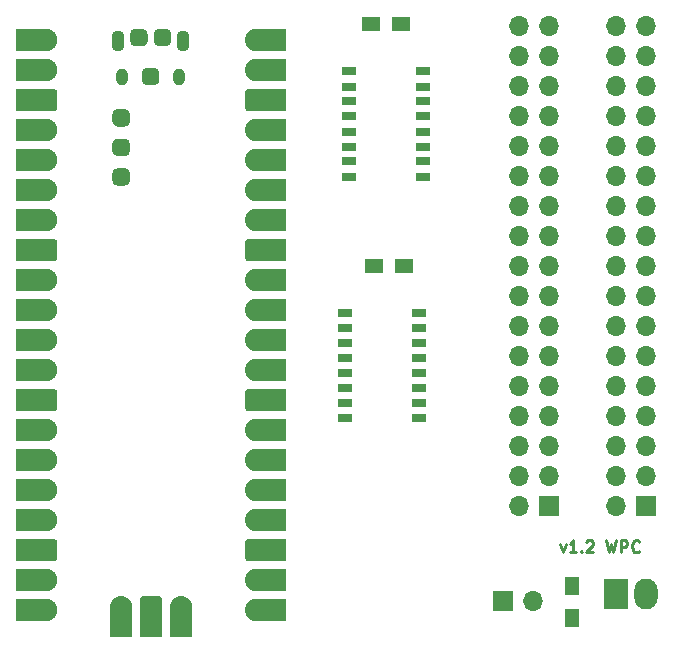
<source format=gts>
%TF.GenerationSoftware,KiCad,Pcbnew,5.1.10*%
%TF.CreationDate,2021-12-19T15:16:08+01:00*%
%TF.ProjectId,afterglow_pico,61667465-7267-46c6-9f77-5f7069636f2e,rev?*%
%TF.SameCoordinates,Original*%
%TF.FileFunction,Soldermask,Top*%
%TF.FilePolarity,Negative*%
%FSLAX46Y46*%
G04 Gerber Fmt 4.6, Leading zero omitted, Abs format (unit mm)*
G04 Created by KiCad (PCBNEW 5.1.10) date 2021-12-19 15:16:08*
%MOMM*%
%LPD*%
G01*
G04 APERTURE LIST*
%ADD10C,0.250000*%
%ADD11C,0.010000*%
%ADD12R,1.700000X1.700000*%
%ADD13O,1.700000X1.700000*%
%ADD14R,1.300000X1.500000*%
%ADD15R,1.300000X0.800000*%
%ADD16O,1.050000X1.450000*%
%ADD17O,1.100000X1.800000*%
%ADD18R,2.000000X2.600000*%
%ADD19O,2.000000X2.600000*%
%ADD20R,1.500000X1.250000*%
G04 APERTURE END LIST*
D10*
X214219047Y-112585714D02*
X214457142Y-113252380D01*
X214695238Y-112585714D01*
X215600000Y-113252380D02*
X215028571Y-113252380D01*
X215314285Y-113252380D02*
X215314285Y-112252380D01*
X215219047Y-112395238D01*
X215123809Y-112490476D01*
X215028571Y-112538095D01*
X216028571Y-113157142D02*
X216076190Y-113204761D01*
X216028571Y-113252380D01*
X215980952Y-113204761D01*
X216028571Y-113157142D01*
X216028571Y-113252380D01*
X216457142Y-112347619D02*
X216504761Y-112300000D01*
X216600000Y-112252380D01*
X216838095Y-112252380D01*
X216933333Y-112300000D01*
X216980952Y-112347619D01*
X217028571Y-112442857D01*
X217028571Y-112538095D01*
X216980952Y-112680952D01*
X216409523Y-113252380D01*
X217028571Y-113252380D01*
X218123809Y-112252380D02*
X218361904Y-113252380D01*
X218552380Y-112538095D01*
X218742857Y-113252380D01*
X218980952Y-112252380D01*
X219361904Y-113252380D02*
X219361904Y-112252380D01*
X219742857Y-112252380D01*
X219838095Y-112300000D01*
X219885714Y-112347619D01*
X219933333Y-112442857D01*
X219933333Y-112585714D01*
X219885714Y-112680952D01*
X219838095Y-112728571D01*
X219742857Y-112776190D01*
X219361904Y-112776190D01*
X220933333Y-113157142D02*
X220885714Y-113204761D01*
X220742857Y-113252380D01*
X220647619Y-113252380D01*
X220504761Y-113204761D01*
X220409523Y-113109523D01*
X220361904Y-113014285D01*
X220314285Y-112823809D01*
X220314285Y-112680952D01*
X220361904Y-112490476D01*
X220409523Y-112395238D01*
X220504761Y-112300000D01*
X220647619Y-112252380D01*
X220742857Y-112252380D01*
X220885714Y-112300000D01*
X220933333Y-112347619D01*
D11*
%TO.C,U5*%
G36*
X168170000Y-70750000D02*
G01*
X168170000Y-68950000D01*
X170670000Y-68950000D01*
X170717000Y-68951000D01*
X170764000Y-68955000D01*
X170811000Y-68961000D01*
X170857000Y-68970000D01*
X170903000Y-68981000D01*
X170948000Y-68994000D01*
X170993000Y-69010000D01*
X171036000Y-69028000D01*
X171079000Y-69048000D01*
X171120000Y-69071000D01*
X171160000Y-69095000D01*
X171199000Y-69122000D01*
X171236000Y-69151000D01*
X171272000Y-69181000D01*
X171306000Y-69214000D01*
X171339000Y-69248000D01*
X171369000Y-69284000D01*
X171398000Y-69321000D01*
X171425000Y-69360000D01*
X171449000Y-69400000D01*
X171472000Y-69441000D01*
X171492000Y-69484000D01*
X171510000Y-69527000D01*
X171526000Y-69572000D01*
X171539000Y-69617000D01*
X171550000Y-69663000D01*
X171559000Y-69709000D01*
X171565000Y-69756000D01*
X171569000Y-69803000D01*
X171570000Y-69850000D01*
X171569000Y-69897000D01*
X171565000Y-69944000D01*
X171559000Y-69991000D01*
X171550000Y-70037000D01*
X171539000Y-70083000D01*
X171526000Y-70128000D01*
X171510000Y-70173000D01*
X171492000Y-70216000D01*
X171472000Y-70259000D01*
X171449000Y-70300000D01*
X171425000Y-70340000D01*
X171398000Y-70379000D01*
X171369000Y-70416000D01*
X171339000Y-70452000D01*
X171306000Y-70486000D01*
X171272000Y-70519000D01*
X171236000Y-70549000D01*
X171199000Y-70578000D01*
X171160000Y-70605000D01*
X171120000Y-70629000D01*
X171079000Y-70652000D01*
X171036000Y-70672000D01*
X170993000Y-70690000D01*
X170948000Y-70706000D01*
X170903000Y-70719000D01*
X170857000Y-70730000D01*
X170811000Y-70739000D01*
X170764000Y-70745000D01*
X170717000Y-70749000D01*
X170670000Y-70750000D01*
X168170000Y-70750000D01*
G37*
X168170000Y-70750000D02*
X168170000Y-68950000D01*
X170670000Y-68950000D01*
X170717000Y-68951000D01*
X170764000Y-68955000D01*
X170811000Y-68961000D01*
X170857000Y-68970000D01*
X170903000Y-68981000D01*
X170948000Y-68994000D01*
X170993000Y-69010000D01*
X171036000Y-69028000D01*
X171079000Y-69048000D01*
X171120000Y-69071000D01*
X171160000Y-69095000D01*
X171199000Y-69122000D01*
X171236000Y-69151000D01*
X171272000Y-69181000D01*
X171306000Y-69214000D01*
X171339000Y-69248000D01*
X171369000Y-69284000D01*
X171398000Y-69321000D01*
X171425000Y-69360000D01*
X171449000Y-69400000D01*
X171472000Y-69441000D01*
X171492000Y-69484000D01*
X171510000Y-69527000D01*
X171526000Y-69572000D01*
X171539000Y-69617000D01*
X171550000Y-69663000D01*
X171559000Y-69709000D01*
X171565000Y-69756000D01*
X171569000Y-69803000D01*
X171570000Y-69850000D01*
X171569000Y-69897000D01*
X171565000Y-69944000D01*
X171559000Y-69991000D01*
X171550000Y-70037000D01*
X171539000Y-70083000D01*
X171526000Y-70128000D01*
X171510000Y-70173000D01*
X171492000Y-70216000D01*
X171472000Y-70259000D01*
X171449000Y-70300000D01*
X171425000Y-70340000D01*
X171398000Y-70379000D01*
X171369000Y-70416000D01*
X171339000Y-70452000D01*
X171306000Y-70486000D01*
X171272000Y-70519000D01*
X171236000Y-70549000D01*
X171199000Y-70578000D01*
X171160000Y-70605000D01*
X171120000Y-70629000D01*
X171079000Y-70652000D01*
X171036000Y-70672000D01*
X170993000Y-70690000D01*
X170948000Y-70706000D01*
X170903000Y-70719000D01*
X170857000Y-70730000D01*
X170811000Y-70739000D01*
X170764000Y-70745000D01*
X170717000Y-70749000D01*
X170670000Y-70750000D01*
X168170000Y-70750000D01*
G36*
X190950000Y-70750000D02*
G01*
X190950000Y-68950000D01*
X188450000Y-68950000D01*
X188403000Y-68951000D01*
X188356000Y-68955000D01*
X188309000Y-68961000D01*
X188263000Y-68970000D01*
X188217000Y-68981000D01*
X188172000Y-68994000D01*
X188127000Y-69010000D01*
X188084000Y-69028000D01*
X188041000Y-69048000D01*
X188000000Y-69071000D01*
X187960000Y-69095000D01*
X187921000Y-69122000D01*
X187884000Y-69151000D01*
X187848000Y-69181000D01*
X187814000Y-69214000D01*
X187781000Y-69248000D01*
X187751000Y-69284000D01*
X187722000Y-69321000D01*
X187695000Y-69360000D01*
X187671000Y-69400000D01*
X187648000Y-69441000D01*
X187628000Y-69484000D01*
X187610000Y-69527000D01*
X187594000Y-69572000D01*
X187581000Y-69617000D01*
X187570000Y-69663000D01*
X187561000Y-69709000D01*
X187555000Y-69756000D01*
X187551000Y-69803000D01*
X187550000Y-69850000D01*
X187551000Y-69897000D01*
X187555000Y-69944000D01*
X187561000Y-69991000D01*
X187570000Y-70037000D01*
X187581000Y-70083000D01*
X187594000Y-70128000D01*
X187610000Y-70173000D01*
X187628000Y-70216000D01*
X187648000Y-70259000D01*
X187671000Y-70300000D01*
X187695000Y-70340000D01*
X187722000Y-70379000D01*
X187751000Y-70416000D01*
X187781000Y-70452000D01*
X187814000Y-70486000D01*
X187848000Y-70519000D01*
X187884000Y-70549000D01*
X187921000Y-70578000D01*
X187960000Y-70605000D01*
X188000000Y-70629000D01*
X188041000Y-70652000D01*
X188084000Y-70672000D01*
X188127000Y-70690000D01*
X188172000Y-70706000D01*
X188217000Y-70719000D01*
X188263000Y-70730000D01*
X188309000Y-70739000D01*
X188356000Y-70745000D01*
X188403000Y-70749000D01*
X188450000Y-70750000D01*
X190950000Y-70750000D01*
G37*
X190950000Y-70750000D02*
X190950000Y-68950000D01*
X188450000Y-68950000D01*
X188403000Y-68951000D01*
X188356000Y-68955000D01*
X188309000Y-68961000D01*
X188263000Y-68970000D01*
X188217000Y-68981000D01*
X188172000Y-68994000D01*
X188127000Y-69010000D01*
X188084000Y-69028000D01*
X188041000Y-69048000D01*
X188000000Y-69071000D01*
X187960000Y-69095000D01*
X187921000Y-69122000D01*
X187884000Y-69151000D01*
X187848000Y-69181000D01*
X187814000Y-69214000D01*
X187781000Y-69248000D01*
X187751000Y-69284000D01*
X187722000Y-69321000D01*
X187695000Y-69360000D01*
X187671000Y-69400000D01*
X187648000Y-69441000D01*
X187628000Y-69484000D01*
X187610000Y-69527000D01*
X187594000Y-69572000D01*
X187581000Y-69617000D01*
X187570000Y-69663000D01*
X187561000Y-69709000D01*
X187555000Y-69756000D01*
X187551000Y-69803000D01*
X187550000Y-69850000D01*
X187551000Y-69897000D01*
X187555000Y-69944000D01*
X187561000Y-69991000D01*
X187570000Y-70037000D01*
X187581000Y-70083000D01*
X187594000Y-70128000D01*
X187610000Y-70173000D01*
X187628000Y-70216000D01*
X187648000Y-70259000D01*
X187671000Y-70300000D01*
X187695000Y-70340000D01*
X187722000Y-70379000D01*
X187751000Y-70416000D01*
X187781000Y-70452000D01*
X187814000Y-70486000D01*
X187848000Y-70519000D01*
X187884000Y-70549000D01*
X187921000Y-70578000D01*
X187960000Y-70605000D01*
X188000000Y-70629000D01*
X188041000Y-70652000D01*
X188084000Y-70672000D01*
X188127000Y-70690000D01*
X188172000Y-70706000D01*
X188217000Y-70719000D01*
X188263000Y-70730000D01*
X188309000Y-70739000D01*
X188356000Y-70745000D01*
X188403000Y-70749000D01*
X188450000Y-70750000D01*
X190950000Y-70750000D01*
G36*
X168170000Y-75830000D02*
G01*
X168170000Y-74030000D01*
X171270000Y-74030000D01*
X171286000Y-74030000D01*
X171301000Y-74032000D01*
X171317000Y-74034000D01*
X171332000Y-74037000D01*
X171348000Y-74040000D01*
X171363000Y-74045000D01*
X171378000Y-74050000D01*
X171392000Y-74056000D01*
X171406000Y-74063000D01*
X171420000Y-74070000D01*
X171433000Y-74078000D01*
X171446000Y-74087000D01*
X171459000Y-74097000D01*
X171471000Y-74107000D01*
X171482000Y-74118000D01*
X171493000Y-74129000D01*
X171503000Y-74141000D01*
X171513000Y-74154000D01*
X171522000Y-74167000D01*
X171530000Y-74180000D01*
X171537000Y-74194000D01*
X171544000Y-74208000D01*
X171550000Y-74222000D01*
X171555000Y-74237000D01*
X171560000Y-74252000D01*
X171563000Y-74268000D01*
X171566000Y-74283000D01*
X171568000Y-74299000D01*
X171570000Y-74314000D01*
X171570000Y-74330000D01*
X171570000Y-75530000D01*
X171570000Y-75546000D01*
X171568000Y-75561000D01*
X171566000Y-75577000D01*
X171563000Y-75592000D01*
X171560000Y-75608000D01*
X171555000Y-75623000D01*
X171550000Y-75638000D01*
X171544000Y-75652000D01*
X171537000Y-75666000D01*
X171530000Y-75680000D01*
X171522000Y-75693000D01*
X171513000Y-75706000D01*
X171503000Y-75719000D01*
X171493000Y-75731000D01*
X171482000Y-75742000D01*
X171471000Y-75753000D01*
X171459000Y-75763000D01*
X171446000Y-75773000D01*
X171433000Y-75782000D01*
X171420000Y-75790000D01*
X171406000Y-75797000D01*
X171392000Y-75804000D01*
X171378000Y-75810000D01*
X171363000Y-75815000D01*
X171348000Y-75820000D01*
X171332000Y-75823000D01*
X171317000Y-75826000D01*
X171301000Y-75828000D01*
X171286000Y-75830000D01*
X171270000Y-75830000D01*
X168170000Y-75830000D01*
G37*
X168170000Y-75830000D02*
X168170000Y-74030000D01*
X171270000Y-74030000D01*
X171286000Y-74030000D01*
X171301000Y-74032000D01*
X171317000Y-74034000D01*
X171332000Y-74037000D01*
X171348000Y-74040000D01*
X171363000Y-74045000D01*
X171378000Y-74050000D01*
X171392000Y-74056000D01*
X171406000Y-74063000D01*
X171420000Y-74070000D01*
X171433000Y-74078000D01*
X171446000Y-74087000D01*
X171459000Y-74097000D01*
X171471000Y-74107000D01*
X171482000Y-74118000D01*
X171493000Y-74129000D01*
X171503000Y-74141000D01*
X171513000Y-74154000D01*
X171522000Y-74167000D01*
X171530000Y-74180000D01*
X171537000Y-74194000D01*
X171544000Y-74208000D01*
X171550000Y-74222000D01*
X171555000Y-74237000D01*
X171560000Y-74252000D01*
X171563000Y-74268000D01*
X171566000Y-74283000D01*
X171568000Y-74299000D01*
X171570000Y-74314000D01*
X171570000Y-74330000D01*
X171570000Y-75530000D01*
X171570000Y-75546000D01*
X171568000Y-75561000D01*
X171566000Y-75577000D01*
X171563000Y-75592000D01*
X171560000Y-75608000D01*
X171555000Y-75623000D01*
X171550000Y-75638000D01*
X171544000Y-75652000D01*
X171537000Y-75666000D01*
X171530000Y-75680000D01*
X171522000Y-75693000D01*
X171513000Y-75706000D01*
X171503000Y-75719000D01*
X171493000Y-75731000D01*
X171482000Y-75742000D01*
X171471000Y-75753000D01*
X171459000Y-75763000D01*
X171446000Y-75773000D01*
X171433000Y-75782000D01*
X171420000Y-75790000D01*
X171406000Y-75797000D01*
X171392000Y-75804000D01*
X171378000Y-75810000D01*
X171363000Y-75815000D01*
X171348000Y-75820000D01*
X171332000Y-75823000D01*
X171317000Y-75826000D01*
X171301000Y-75828000D01*
X171286000Y-75830000D01*
X171270000Y-75830000D01*
X168170000Y-75830000D01*
G36*
X190950000Y-75830000D02*
G01*
X190950000Y-74030000D01*
X187850000Y-74030000D01*
X187834000Y-74030000D01*
X187819000Y-74032000D01*
X187803000Y-74034000D01*
X187788000Y-74037000D01*
X187772000Y-74040000D01*
X187757000Y-74045000D01*
X187742000Y-74050000D01*
X187728000Y-74056000D01*
X187714000Y-74063000D01*
X187700000Y-74070000D01*
X187687000Y-74078000D01*
X187674000Y-74087000D01*
X187661000Y-74097000D01*
X187649000Y-74107000D01*
X187638000Y-74118000D01*
X187627000Y-74129000D01*
X187617000Y-74141000D01*
X187607000Y-74154000D01*
X187598000Y-74167000D01*
X187590000Y-74180000D01*
X187583000Y-74194000D01*
X187576000Y-74208000D01*
X187570000Y-74222000D01*
X187565000Y-74237000D01*
X187560000Y-74252000D01*
X187557000Y-74268000D01*
X187554000Y-74283000D01*
X187552000Y-74299000D01*
X187550000Y-74314000D01*
X187550000Y-74330000D01*
X187550000Y-75530000D01*
X187550000Y-75546000D01*
X187552000Y-75561000D01*
X187554000Y-75577000D01*
X187557000Y-75592000D01*
X187560000Y-75608000D01*
X187565000Y-75623000D01*
X187570000Y-75638000D01*
X187576000Y-75652000D01*
X187583000Y-75666000D01*
X187590000Y-75680000D01*
X187598000Y-75693000D01*
X187607000Y-75706000D01*
X187617000Y-75719000D01*
X187627000Y-75731000D01*
X187638000Y-75742000D01*
X187649000Y-75753000D01*
X187661000Y-75763000D01*
X187674000Y-75773000D01*
X187687000Y-75782000D01*
X187700000Y-75790000D01*
X187714000Y-75797000D01*
X187728000Y-75804000D01*
X187742000Y-75810000D01*
X187757000Y-75815000D01*
X187772000Y-75820000D01*
X187788000Y-75823000D01*
X187803000Y-75826000D01*
X187819000Y-75828000D01*
X187834000Y-75830000D01*
X187850000Y-75830000D01*
X190950000Y-75830000D01*
G37*
X190950000Y-75830000D02*
X190950000Y-74030000D01*
X187850000Y-74030000D01*
X187834000Y-74030000D01*
X187819000Y-74032000D01*
X187803000Y-74034000D01*
X187788000Y-74037000D01*
X187772000Y-74040000D01*
X187757000Y-74045000D01*
X187742000Y-74050000D01*
X187728000Y-74056000D01*
X187714000Y-74063000D01*
X187700000Y-74070000D01*
X187687000Y-74078000D01*
X187674000Y-74087000D01*
X187661000Y-74097000D01*
X187649000Y-74107000D01*
X187638000Y-74118000D01*
X187627000Y-74129000D01*
X187617000Y-74141000D01*
X187607000Y-74154000D01*
X187598000Y-74167000D01*
X187590000Y-74180000D01*
X187583000Y-74194000D01*
X187576000Y-74208000D01*
X187570000Y-74222000D01*
X187565000Y-74237000D01*
X187560000Y-74252000D01*
X187557000Y-74268000D01*
X187554000Y-74283000D01*
X187552000Y-74299000D01*
X187550000Y-74314000D01*
X187550000Y-74330000D01*
X187550000Y-75530000D01*
X187550000Y-75546000D01*
X187552000Y-75561000D01*
X187554000Y-75577000D01*
X187557000Y-75592000D01*
X187560000Y-75608000D01*
X187565000Y-75623000D01*
X187570000Y-75638000D01*
X187576000Y-75652000D01*
X187583000Y-75666000D01*
X187590000Y-75680000D01*
X187598000Y-75693000D01*
X187607000Y-75706000D01*
X187617000Y-75719000D01*
X187627000Y-75731000D01*
X187638000Y-75742000D01*
X187649000Y-75753000D01*
X187661000Y-75763000D01*
X187674000Y-75773000D01*
X187687000Y-75782000D01*
X187700000Y-75790000D01*
X187714000Y-75797000D01*
X187728000Y-75804000D01*
X187742000Y-75810000D01*
X187757000Y-75815000D01*
X187772000Y-75820000D01*
X187788000Y-75823000D01*
X187803000Y-75826000D01*
X187819000Y-75828000D01*
X187834000Y-75830000D01*
X187850000Y-75830000D01*
X190950000Y-75830000D01*
G36*
X176120000Y-120380000D02*
G01*
X176120000Y-117880000D01*
X176121000Y-117833000D01*
X176125000Y-117786000D01*
X176131000Y-117739000D01*
X176140000Y-117693000D01*
X176151000Y-117647000D01*
X176164000Y-117602000D01*
X176180000Y-117557000D01*
X176198000Y-117514000D01*
X176218000Y-117471000D01*
X176241000Y-117430000D01*
X176265000Y-117390000D01*
X176292000Y-117351000D01*
X176321000Y-117314000D01*
X176351000Y-117278000D01*
X176384000Y-117244000D01*
X176418000Y-117211000D01*
X176454000Y-117181000D01*
X176491000Y-117152000D01*
X176530000Y-117125000D01*
X176570000Y-117101000D01*
X176611000Y-117078000D01*
X176654000Y-117058000D01*
X176697000Y-117040000D01*
X176742000Y-117024000D01*
X176787000Y-117011000D01*
X176833000Y-117000000D01*
X176879000Y-116991000D01*
X176926000Y-116985000D01*
X176973000Y-116981000D01*
X177020000Y-116980000D01*
X177067000Y-116981000D01*
X177114000Y-116985000D01*
X177161000Y-116991000D01*
X177207000Y-117000000D01*
X177253000Y-117011000D01*
X177298000Y-117024000D01*
X177343000Y-117040000D01*
X177386000Y-117058000D01*
X177429000Y-117078000D01*
X177470000Y-117101000D01*
X177510000Y-117125000D01*
X177549000Y-117152000D01*
X177586000Y-117181000D01*
X177622000Y-117211000D01*
X177656000Y-117244000D01*
X177689000Y-117278000D01*
X177719000Y-117314000D01*
X177748000Y-117351000D01*
X177775000Y-117390000D01*
X177799000Y-117430000D01*
X177822000Y-117471000D01*
X177842000Y-117514000D01*
X177860000Y-117557000D01*
X177876000Y-117602000D01*
X177889000Y-117647000D01*
X177900000Y-117693000D01*
X177909000Y-117739000D01*
X177915000Y-117786000D01*
X177919000Y-117833000D01*
X177920000Y-117880000D01*
X177920000Y-120380000D01*
X176120000Y-120380000D01*
G37*
X176120000Y-120380000D02*
X176120000Y-117880000D01*
X176121000Y-117833000D01*
X176125000Y-117786000D01*
X176131000Y-117739000D01*
X176140000Y-117693000D01*
X176151000Y-117647000D01*
X176164000Y-117602000D01*
X176180000Y-117557000D01*
X176198000Y-117514000D01*
X176218000Y-117471000D01*
X176241000Y-117430000D01*
X176265000Y-117390000D01*
X176292000Y-117351000D01*
X176321000Y-117314000D01*
X176351000Y-117278000D01*
X176384000Y-117244000D01*
X176418000Y-117211000D01*
X176454000Y-117181000D01*
X176491000Y-117152000D01*
X176530000Y-117125000D01*
X176570000Y-117101000D01*
X176611000Y-117078000D01*
X176654000Y-117058000D01*
X176697000Y-117040000D01*
X176742000Y-117024000D01*
X176787000Y-117011000D01*
X176833000Y-117000000D01*
X176879000Y-116991000D01*
X176926000Y-116985000D01*
X176973000Y-116981000D01*
X177020000Y-116980000D01*
X177067000Y-116981000D01*
X177114000Y-116985000D01*
X177161000Y-116991000D01*
X177207000Y-117000000D01*
X177253000Y-117011000D01*
X177298000Y-117024000D01*
X177343000Y-117040000D01*
X177386000Y-117058000D01*
X177429000Y-117078000D01*
X177470000Y-117101000D01*
X177510000Y-117125000D01*
X177549000Y-117152000D01*
X177586000Y-117181000D01*
X177622000Y-117211000D01*
X177656000Y-117244000D01*
X177689000Y-117278000D01*
X177719000Y-117314000D01*
X177748000Y-117351000D01*
X177775000Y-117390000D01*
X177799000Y-117430000D01*
X177822000Y-117471000D01*
X177842000Y-117514000D01*
X177860000Y-117557000D01*
X177876000Y-117602000D01*
X177889000Y-117647000D01*
X177900000Y-117693000D01*
X177909000Y-117739000D01*
X177915000Y-117786000D01*
X177919000Y-117833000D01*
X177920000Y-117880000D01*
X177920000Y-120380000D01*
X176120000Y-120380000D01*
G36*
X178660000Y-120380000D02*
G01*
X178660000Y-117280000D01*
X178660000Y-117264000D01*
X178662000Y-117249000D01*
X178664000Y-117233000D01*
X178667000Y-117218000D01*
X178670000Y-117202000D01*
X178675000Y-117187000D01*
X178680000Y-117172000D01*
X178686000Y-117158000D01*
X178693000Y-117144000D01*
X178700000Y-117130000D01*
X178708000Y-117117000D01*
X178717000Y-117104000D01*
X178727000Y-117091000D01*
X178737000Y-117079000D01*
X178748000Y-117068000D01*
X178759000Y-117057000D01*
X178771000Y-117047000D01*
X178784000Y-117037000D01*
X178797000Y-117028000D01*
X178810000Y-117020000D01*
X178824000Y-117013000D01*
X178838000Y-117006000D01*
X178852000Y-117000000D01*
X178867000Y-116995000D01*
X178882000Y-116990000D01*
X178898000Y-116987000D01*
X178913000Y-116984000D01*
X178929000Y-116982000D01*
X178944000Y-116980000D01*
X178960000Y-116980000D01*
X180160000Y-116980000D01*
X180176000Y-116980000D01*
X180191000Y-116982000D01*
X180207000Y-116984000D01*
X180222000Y-116987000D01*
X180238000Y-116990000D01*
X180253000Y-116995000D01*
X180268000Y-117000000D01*
X180282000Y-117006000D01*
X180296000Y-117013000D01*
X180310000Y-117020000D01*
X180323000Y-117028000D01*
X180336000Y-117037000D01*
X180349000Y-117047000D01*
X180361000Y-117057000D01*
X180372000Y-117068000D01*
X180383000Y-117079000D01*
X180393000Y-117091000D01*
X180403000Y-117104000D01*
X180412000Y-117117000D01*
X180420000Y-117130000D01*
X180427000Y-117144000D01*
X180434000Y-117158000D01*
X180440000Y-117172000D01*
X180445000Y-117187000D01*
X180450000Y-117202000D01*
X180453000Y-117218000D01*
X180456000Y-117233000D01*
X180458000Y-117249000D01*
X180460000Y-117264000D01*
X180460000Y-117280000D01*
X180460000Y-120380000D01*
X178660000Y-120380000D01*
G37*
X178660000Y-120380000D02*
X178660000Y-117280000D01*
X178660000Y-117264000D01*
X178662000Y-117249000D01*
X178664000Y-117233000D01*
X178667000Y-117218000D01*
X178670000Y-117202000D01*
X178675000Y-117187000D01*
X178680000Y-117172000D01*
X178686000Y-117158000D01*
X178693000Y-117144000D01*
X178700000Y-117130000D01*
X178708000Y-117117000D01*
X178717000Y-117104000D01*
X178727000Y-117091000D01*
X178737000Y-117079000D01*
X178748000Y-117068000D01*
X178759000Y-117057000D01*
X178771000Y-117047000D01*
X178784000Y-117037000D01*
X178797000Y-117028000D01*
X178810000Y-117020000D01*
X178824000Y-117013000D01*
X178838000Y-117006000D01*
X178852000Y-117000000D01*
X178867000Y-116995000D01*
X178882000Y-116990000D01*
X178898000Y-116987000D01*
X178913000Y-116984000D01*
X178929000Y-116982000D01*
X178944000Y-116980000D01*
X178960000Y-116980000D01*
X180160000Y-116980000D01*
X180176000Y-116980000D01*
X180191000Y-116982000D01*
X180207000Y-116984000D01*
X180222000Y-116987000D01*
X180238000Y-116990000D01*
X180253000Y-116995000D01*
X180268000Y-117000000D01*
X180282000Y-117006000D01*
X180296000Y-117013000D01*
X180310000Y-117020000D01*
X180323000Y-117028000D01*
X180336000Y-117037000D01*
X180349000Y-117047000D01*
X180361000Y-117057000D01*
X180372000Y-117068000D01*
X180383000Y-117079000D01*
X180393000Y-117091000D01*
X180403000Y-117104000D01*
X180412000Y-117117000D01*
X180420000Y-117130000D01*
X180427000Y-117144000D01*
X180434000Y-117158000D01*
X180440000Y-117172000D01*
X180445000Y-117187000D01*
X180450000Y-117202000D01*
X180453000Y-117218000D01*
X180456000Y-117233000D01*
X180458000Y-117249000D01*
X180460000Y-117264000D01*
X180460000Y-117280000D01*
X180460000Y-120380000D01*
X178660000Y-120380000D01*
G36*
X168170000Y-73290000D02*
G01*
X168170000Y-71490000D01*
X170670000Y-71490000D01*
X170717000Y-71491000D01*
X170764000Y-71495000D01*
X170811000Y-71501000D01*
X170857000Y-71510000D01*
X170903000Y-71521000D01*
X170948000Y-71534000D01*
X170993000Y-71550000D01*
X171036000Y-71568000D01*
X171079000Y-71588000D01*
X171120000Y-71611000D01*
X171160000Y-71635000D01*
X171199000Y-71662000D01*
X171236000Y-71691000D01*
X171272000Y-71721000D01*
X171306000Y-71754000D01*
X171339000Y-71788000D01*
X171369000Y-71824000D01*
X171398000Y-71861000D01*
X171425000Y-71900000D01*
X171449000Y-71940000D01*
X171472000Y-71981000D01*
X171492000Y-72024000D01*
X171510000Y-72067000D01*
X171526000Y-72112000D01*
X171539000Y-72157000D01*
X171550000Y-72203000D01*
X171559000Y-72249000D01*
X171565000Y-72296000D01*
X171569000Y-72343000D01*
X171570000Y-72390000D01*
X171569000Y-72437000D01*
X171565000Y-72484000D01*
X171559000Y-72531000D01*
X171550000Y-72577000D01*
X171539000Y-72623000D01*
X171526000Y-72668000D01*
X171510000Y-72713000D01*
X171492000Y-72756000D01*
X171472000Y-72799000D01*
X171449000Y-72840000D01*
X171425000Y-72880000D01*
X171398000Y-72919000D01*
X171369000Y-72956000D01*
X171339000Y-72992000D01*
X171306000Y-73026000D01*
X171272000Y-73059000D01*
X171236000Y-73089000D01*
X171199000Y-73118000D01*
X171160000Y-73145000D01*
X171120000Y-73169000D01*
X171079000Y-73192000D01*
X171036000Y-73212000D01*
X170993000Y-73230000D01*
X170948000Y-73246000D01*
X170903000Y-73259000D01*
X170857000Y-73270000D01*
X170811000Y-73279000D01*
X170764000Y-73285000D01*
X170717000Y-73289000D01*
X170670000Y-73290000D01*
X168170000Y-73290000D01*
G37*
X168170000Y-73290000D02*
X168170000Y-71490000D01*
X170670000Y-71490000D01*
X170717000Y-71491000D01*
X170764000Y-71495000D01*
X170811000Y-71501000D01*
X170857000Y-71510000D01*
X170903000Y-71521000D01*
X170948000Y-71534000D01*
X170993000Y-71550000D01*
X171036000Y-71568000D01*
X171079000Y-71588000D01*
X171120000Y-71611000D01*
X171160000Y-71635000D01*
X171199000Y-71662000D01*
X171236000Y-71691000D01*
X171272000Y-71721000D01*
X171306000Y-71754000D01*
X171339000Y-71788000D01*
X171369000Y-71824000D01*
X171398000Y-71861000D01*
X171425000Y-71900000D01*
X171449000Y-71940000D01*
X171472000Y-71981000D01*
X171492000Y-72024000D01*
X171510000Y-72067000D01*
X171526000Y-72112000D01*
X171539000Y-72157000D01*
X171550000Y-72203000D01*
X171559000Y-72249000D01*
X171565000Y-72296000D01*
X171569000Y-72343000D01*
X171570000Y-72390000D01*
X171569000Y-72437000D01*
X171565000Y-72484000D01*
X171559000Y-72531000D01*
X171550000Y-72577000D01*
X171539000Y-72623000D01*
X171526000Y-72668000D01*
X171510000Y-72713000D01*
X171492000Y-72756000D01*
X171472000Y-72799000D01*
X171449000Y-72840000D01*
X171425000Y-72880000D01*
X171398000Y-72919000D01*
X171369000Y-72956000D01*
X171339000Y-72992000D01*
X171306000Y-73026000D01*
X171272000Y-73059000D01*
X171236000Y-73089000D01*
X171199000Y-73118000D01*
X171160000Y-73145000D01*
X171120000Y-73169000D01*
X171079000Y-73192000D01*
X171036000Y-73212000D01*
X170993000Y-73230000D01*
X170948000Y-73246000D01*
X170903000Y-73259000D01*
X170857000Y-73270000D01*
X170811000Y-73279000D01*
X170764000Y-73285000D01*
X170717000Y-73289000D01*
X170670000Y-73290000D01*
X168170000Y-73290000D01*
G36*
X168170000Y-78370000D02*
G01*
X168170000Y-76570000D01*
X170670000Y-76570000D01*
X170717000Y-76571000D01*
X170764000Y-76575000D01*
X170811000Y-76581000D01*
X170857000Y-76590000D01*
X170903000Y-76601000D01*
X170948000Y-76614000D01*
X170993000Y-76630000D01*
X171036000Y-76648000D01*
X171079000Y-76668000D01*
X171120000Y-76691000D01*
X171160000Y-76715000D01*
X171199000Y-76742000D01*
X171236000Y-76771000D01*
X171272000Y-76801000D01*
X171306000Y-76834000D01*
X171339000Y-76868000D01*
X171369000Y-76904000D01*
X171398000Y-76941000D01*
X171425000Y-76980000D01*
X171449000Y-77020000D01*
X171472000Y-77061000D01*
X171492000Y-77104000D01*
X171510000Y-77147000D01*
X171526000Y-77192000D01*
X171539000Y-77237000D01*
X171550000Y-77283000D01*
X171559000Y-77329000D01*
X171565000Y-77376000D01*
X171569000Y-77423000D01*
X171570000Y-77470000D01*
X171569000Y-77517000D01*
X171565000Y-77564000D01*
X171559000Y-77611000D01*
X171550000Y-77657000D01*
X171539000Y-77703000D01*
X171526000Y-77748000D01*
X171510000Y-77793000D01*
X171492000Y-77836000D01*
X171472000Y-77879000D01*
X171449000Y-77920000D01*
X171425000Y-77960000D01*
X171398000Y-77999000D01*
X171369000Y-78036000D01*
X171339000Y-78072000D01*
X171306000Y-78106000D01*
X171272000Y-78139000D01*
X171236000Y-78169000D01*
X171199000Y-78198000D01*
X171160000Y-78225000D01*
X171120000Y-78249000D01*
X171079000Y-78272000D01*
X171036000Y-78292000D01*
X170993000Y-78310000D01*
X170948000Y-78326000D01*
X170903000Y-78339000D01*
X170857000Y-78350000D01*
X170811000Y-78359000D01*
X170764000Y-78365000D01*
X170717000Y-78369000D01*
X170670000Y-78370000D01*
X168170000Y-78370000D01*
G37*
X168170000Y-78370000D02*
X168170000Y-76570000D01*
X170670000Y-76570000D01*
X170717000Y-76571000D01*
X170764000Y-76575000D01*
X170811000Y-76581000D01*
X170857000Y-76590000D01*
X170903000Y-76601000D01*
X170948000Y-76614000D01*
X170993000Y-76630000D01*
X171036000Y-76648000D01*
X171079000Y-76668000D01*
X171120000Y-76691000D01*
X171160000Y-76715000D01*
X171199000Y-76742000D01*
X171236000Y-76771000D01*
X171272000Y-76801000D01*
X171306000Y-76834000D01*
X171339000Y-76868000D01*
X171369000Y-76904000D01*
X171398000Y-76941000D01*
X171425000Y-76980000D01*
X171449000Y-77020000D01*
X171472000Y-77061000D01*
X171492000Y-77104000D01*
X171510000Y-77147000D01*
X171526000Y-77192000D01*
X171539000Y-77237000D01*
X171550000Y-77283000D01*
X171559000Y-77329000D01*
X171565000Y-77376000D01*
X171569000Y-77423000D01*
X171570000Y-77470000D01*
X171569000Y-77517000D01*
X171565000Y-77564000D01*
X171559000Y-77611000D01*
X171550000Y-77657000D01*
X171539000Y-77703000D01*
X171526000Y-77748000D01*
X171510000Y-77793000D01*
X171492000Y-77836000D01*
X171472000Y-77879000D01*
X171449000Y-77920000D01*
X171425000Y-77960000D01*
X171398000Y-77999000D01*
X171369000Y-78036000D01*
X171339000Y-78072000D01*
X171306000Y-78106000D01*
X171272000Y-78139000D01*
X171236000Y-78169000D01*
X171199000Y-78198000D01*
X171160000Y-78225000D01*
X171120000Y-78249000D01*
X171079000Y-78272000D01*
X171036000Y-78292000D01*
X170993000Y-78310000D01*
X170948000Y-78326000D01*
X170903000Y-78339000D01*
X170857000Y-78350000D01*
X170811000Y-78359000D01*
X170764000Y-78365000D01*
X170717000Y-78369000D01*
X170670000Y-78370000D01*
X168170000Y-78370000D01*
G36*
X168170000Y-80910000D02*
G01*
X168170000Y-79110000D01*
X170670000Y-79110000D01*
X170717000Y-79111000D01*
X170764000Y-79115000D01*
X170811000Y-79121000D01*
X170857000Y-79130000D01*
X170903000Y-79141000D01*
X170948000Y-79154000D01*
X170993000Y-79170000D01*
X171036000Y-79188000D01*
X171079000Y-79208000D01*
X171120000Y-79231000D01*
X171160000Y-79255000D01*
X171199000Y-79282000D01*
X171236000Y-79311000D01*
X171272000Y-79341000D01*
X171306000Y-79374000D01*
X171339000Y-79408000D01*
X171369000Y-79444000D01*
X171398000Y-79481000D01*
X171425000Y-79520000D01*
X171449000Y-79560000D01*
X171472000Y-79601000D01*
X171492000Y-79644000D01*
X171510000Y-79687000D01*
X171526000Y-79732000D01*
X171539000Y-79777000D01*
X171550000Y-79823000D01*
X171559000Y-79869000D01*
X171565000Y-79916000D01*
X171569000Y-79963000D01*
X171570000Y-80010000D01*
X171569000Y-80057000D01*
X171565000Y-80104000D01*
X171559000Y-80151000D01*
X171550000Y-80197000D01*
X171539000Y-80243000D01*
X171526000Y-80288000D01*
X171510000Y-80333000D01*
X171492000Y-80376000D01*
X171472000Y-80419000D01*
X171449000Y-80460000D01*
X171425000Y-80500000D01*
X171398000Y-80539000D01*
X171369000Y-80576000D01*
X171339000Y-80612000D01*
X171306000Y-80646000D01*
X171272000Y-80679000D01*
X171236000Y-80709000D01*
X171199000Y-80738000D01*
X171160000Y-80765000D01*
X171120000Y-80789000D01*
X171079000Y-80812000D01*
X171036000Y-80832000D01*
X170993000Y-80850000D01*
X170948000Y-80866000D01*
X170903000Y-80879000D01*
X170857000Y-80890000D01*
X170811000Y-80899000D01*
X170764000Y-80905000D01*
X170717000Y-80909000D01*
X170670000Y-80910000D01*
X168170000Y-80910000D01*
G37*
X168170000Y-80910000D02*
X168170000Y-79110000D01*
X170670000Y-79110000D01*
X170717000Y-79111000D01*
X170764000Y-79115000D01*
X170811000Y-79121000D01*
X170857000Y-79130000D01*
X170903000Y-79141000D01*
X170948000Y-79154000D01*
X170993000Y-79170000D01*
X171036000Y-79188000D01*
X171079000Y-79208000D01*
X171120000Y-79231000D01*
X171160000Y-79255000D01*
X171199000Y-79282000D01*
X171236000Y-79311000D01*
X171272000Y-79341000D01*
X171306000Y-79374000D01*
X171339000Y-79408000D01*
X171369000Y-79444000D01*
X171398000Y-79481000D01*
X171425000Y-79520000D01*
X171449000Y-79560000D01*
X171472000Y-79601000D01*
X171492000Y-79644000D01*
X171510000Y-79687000D01*
X171526000Y-79732000D01*
X171539000Y-79777000D01*
X171550000Y-79823000D01*
X171559000Y-79869000D01*
X171565000Y-79916000D01*
X171569000Y-79963000D01*
X171570000Y-80010000D01*
X171569000Y-80057000D01*
X171565000Y-80104000D01*
X171559000Y-80151000D01*
X171550000Y-80197000D01*
X171539000Y-80243000D01*
X171526000Y-80288000D01*
X171510000Y-80333000D01*
X171492000Y-80376000D01*
X171472000Y-80419000D01*
X171449000Y-80460000D01*
X171425000Y-80500000D01*
X171398000Y-80539000D01*
X171369000Y-80576000D01*
X171339000Y-80612000D01*
X171306000Y-80646000D01*
X171272000Y-80679000D01*
X171236000Y-80709000D01*
X171199000Y-80738000D01*
X171160000Y-80765000D01*
X171120000Y-80789000D01*
X171079000Y-80812000D01*
X171036000Y-80832000D01*
X170993000Y-80850000D01*
X170948000Y-80866000D01*
X170903000Y-80879000D01*
X170857000Y-80890000D01*
X170811000Y-80899000D01*
X170764000Y-80905000D01*
X170717000Y-80909000D01*
X170670000Y-80910000D01*
X168170000Y-80910000D01*
G36*
X168170000Y-83450000D02*
G01*
X168170000Y-81650000D01*
X170670000Y-81650000D01*
X170717000Y-81651000D01*
X170764000Y-81655000D01*
X170811000Y-81661000D01*
X170857000Y-81670000D01*
X170903000Y-81681000D01*
X170948000Y-81694000D01*
X170993000Y-81710000D01*
X171036000Y-81728000D01*
X171079000Y-81748000D01*
X171120000Y-81771000D01*
X171160000Y-81795000D01*
X171199000Y-81822000D01*
X171236000Y-81851000D01*
X171272000Y-81881000D01*
X171306000Y-81914000D01*
X171339000Y-81948000D01*
X171369000Y-81984000D01*
X171398000Y-82021000D01*
X171425000Y-82060000D01*
X171449000Y-82100000D01*
X171472000Y-82141000D01*
X171492000Y-82184000D01*
X171510000Y-82227000D01*
X171526000Y-82272000D01*
X171539000Y-82317000D01*
X171550000Y-82363000D01*
X171559000Y-82409000D01*
X171565000Y-82456000D01*
X171569000Y-82503000D01*
X171570000Y-82550000D01*
X171569000Y-82597000D01*
X171565000Y-82644000D01*
X171559000Y-82691000D01*
X171550000Y-82737000D01*
X171539000Y-82783000D01*
X171526000Y-82828000D01*
X171510000Y-82873000D01*
X171492000Y-82916000D01*
X171472000Y-82959000D01*
X171449000Y-83000000D01*
X171425000Y-83040000D01*
X171398000Y-83079000D01*
X171369000Y-83116000D01*
X171339000Y-83152000D01*
X171306000Y-83186000D01*
X171272000Y-83219000D01*
X171236000Y-83249000D01*
X171199000Y-83278000D01*
X171160000Y-83305000D01*
X171120000Y-83329000D01*
X171079000Y-83352000D01*
X171036000Y-83372000D01*
X170993000Y-83390000D01*
X170948000Y-83406000D01*
X170903000Y-83419000D01*
X170857000Y-83430000D01*
X170811000Y-83439000D01*
X170764000Y-83445000D01*
X170717000Y-83449000D01*
X170670000Y-83450000D01*
X168170000Y-83450000D01*
G37*
X168170000Y-83450000D02*
X168170000Y-81650000D01*
X170670000Y-81650000D01*
X170717000Y-81651000D01*
X170764000Y-81655000D01*
X170811000Y-81661000D01*
X170857000Y-81670000D01*
X170903000Y-81681000D01*
X170948000Y-81694000D01*
X170993000Y-81710000D01*
X171036000Y-81728000D01*
X171079000Y-81748000D01*
X171120000Y-81771000D01*
X171160000Y-81795000D01*
X171199000Y-81822000D01*
X171236000Y-81851000D01*
X171272000Y-81881000D01*
X171306000Y-81914000D01*
X171339000Y-81948000D01*
X171369000Y-81984000D01*
X171398000Y-82021000D01*
X171425000Y-82060000D01*
X171449000Y-82100000D01*
X171472000Y-82141000D01*
X171492000Y-82184000D01*
X171510000Y-82227000D01*
X171526000Y-82272000D01*
X171539000Y-82317000D01*
X171550000Y-82363000D01*
X171559000Y-82409000D01*
X171565000Y-82456000D01*
X171569000Y-82503000D01*
X171570000Y-82550000D01*
X171569000Y-82597000D01*
X171565000Y-82644000D01*
X171559000Y-82691000D01*
X171550000Y-82737000D01*
X171539000Y-82783000D01*
X171526000Y-82828000D01*
X171510000Y-82873000D01*
X171492000Y-82916000D01*
X171472000Y-82959000D01*
X171449000Y-83000000D01*
X171425000Y-83040000D01*
X171398000Y-83079000D01*
X171369000Y-83116000D01*
X171339000Y-83152000D01*
X171306000Y-83186000D01*
X171272000Y-83219000D01*
X171236000Y-83249000D01*
X171199000Y-83278000D01*
X171160000Y-83305000D01*
X171120000Y-83329000D01*
X171079000Y-83352000D01*
X171036000Y-83372000D01*
X170993000Y-83390000D01*
X170948000Y-83406000D01*
X170903000Y-83419000D01*
X170857000Y-83430000D01*
X170811000Y-83439000D01*
X170764000Y-83445000D01*
X170717000Y-83449000D01*
X170670000Y-83450000D01*
X168170000Y-83450000D01*
G36*
X168170000Y-85990000D02*
G01*
X168170000Y-84190000D01*
X170670000Y-84190000D01*
X170717000Y-84191000D01*
X170764000Y-84195000D01*
X170811000Y-84201000D01*
X170857000Y-84210000D01*
X170903000Y-84221000D01*
X170948000Y-84234000D01*
X170993000Y-84250000D01*
X171036000Y-84268000D01*
X171079000Y-84288000D01*
X171120000Y-84311000D01*
X171160000Y-84335000D01*
X171199000Y-84362000D01*
X171236000Y-84391000D01*
X171272000Y-84421000D01*
X171306000Y-84454000D01*
X171339000Y-84488000D01*
X171369000Y-84524000D01*
X171398000Y-84561000D01*
X171425000Y-84600000D01*
X171449000Y-84640000D01*
X171472000Y-84681000D01*
X171492000Y-84724000D01*
X171510000Y-84767000D01*
X171526000Y-84812000D01*
X171539000Y-84857000D01*
X171550000Y-84903000D01*
X171559000Y-84949000D01*
X171565000Y-84996000D01*
X171569000Y-85043000D01*
X171570000Y-85090000D01*
X171569000Y-85137000D01*
X171565000Y-85184000D01*
X171559000Y-85231000D01*
X171550000Y-85277000D01*
X171539000Y-85323000D01*
X171526000Y-85368000D01*
X171510000Y-85413000D01*
X171492000Y-85456000D01*
X171472000Y-85499000D01*
X171449000Y-85540000D01*
X171425000Y-85580000D01*
X171398000Y-85619000D01*
X171369000Y-85656000D01*
X171339000Y-85692000D01*
X171306000Y-85726000D01*
X171272000Y-85759000D01*
X171236000Y-85789000D01*
X171199000Y-85818000D01*
X171160000Y-85845000D01*
X171120000Y-85869000D01*
X171079000Y-85892000D01*
X171036000Y-85912000D01*
X170993000Y-85930000D01*
X170948000Y-85946000D01*
X170903000Y-85959000D01*
X170857000Y-85970000D01*
X170811000Y-85979000D01*
X170764000Y-85985000D01*
X170717000Y-85989000D01*
X170670000Y-85990000D01*
X168170000Y-85990000D01*
G37*
X168170000Y-85990000D02*
X168170000Y-84190000D01*
X170670000Y-84190000D01*
X170717000Y-84191000D01*
X170764000Y-84195000D01*
X170811000Y-84201000D01*
X170857000Y-84210000D01*
X170903000Y-84221000D01*
X170948000Y-84234000D01*
X170993000Y-84250000D01*
X171036000Y-84268000D01*
X171079000Y-84288000D01*
X171120000Y-84311000D01*
X171160000Y-84335000D01*
X171199000Y-84362000D01*
X171236000Y-84391000D01*
X171272000Y-84421000D01*
X171306000Y-84454000D01*
X171339000Y-84488000D01*
X171369000Y-84524000D01*
X171398000Y-84561000D01*
X171425000Y-84600000D01*
X171449000Y-84640000D01*
X171472000Y-84681000D01*
X171492000Y-84724000D01*
X171510000Y-84767000D01*
X171526000Y-84812000D01*
X171539000Y-84857000D01*
X171550000Y-84903000D01*
X171559000Y-84949000D01*
X171565000Y-84996000D01*
X171569000Y-85043000D01*
X171570000Y-85090000D01*
X171569000Y-85137000D01*
X171565000Y-85184000D01*
X171559000Y-85231000D01*
X171550000Y-85277000D01*
X171539000Y-85323000D01*
X171526000Y-85368000D01*
X171510000Y-85413000D01*
X171492000Y-85456000D01*
X171472000Y-85499000D01*
X171449000Y-85540000D01*
X171425000Y-85580000D01*
X171398000Y-85619000D01*
X171369000Y-85656000D01*
X171339000Y-85692000D01*
X171306000Y-85726000D01*
X171272000Y-85759000D01*
X171236000Y-85789000D01*
X171199000Y-85818000D01*
X171160000Y-85845000D01*
X171120000Y-85869000D01*
X171079000Y-85892000D01*
X171036000Y-85912000D01*
X170993000Y-85930000D01*
X170948000Y-85946000D01*
X170903000Y-85959000D01*
X170857000Y-85970000D01*
X170811000Y-85979000D01*
X170764000Y-85985000D01*
X170717000Y-85989000D01*
X170670000Y-85990000D01*
X168170000Y-85990000D01*
G36*
X168170000Y-91070000D02*
G01*
X168170000Y-89270000D01*
X170670000Y-89270000D01*
X170717000Y-89271000D01*
X170764000Y-89275000D01*
X170811000Y-89281000D01*
X170857000Y-89290000D01*
X170903000Y-89301000D01*
X170948000Y-89314000D01*
X170993000Y-89330000D01*
X171036000Y-89348000D01*
X171079000Y-89368000D01*
X171120000Y-89391000D01*
X171160000Y-89415000D01*
X171199000Y-89442000D01*
X171236000Y-89471000D01*
X171272000Y-89501000D01*
X171306000Y-89534000D01*
X171339000Y-89568000D01*
X171369000Y-89604000D01*
X171398000Y-89641000D01*
X171425000Y-89680000D01*
X171449000Y-89720000D01*
X171472000Y-89761000D01*
X171492000Y-89804000D01*
X171510000Y-89847000D01*
X171526000Y-89892000D01*
X171539000Y-89937000D01*
X171550000Y-89983000D01*
X171559000Y-90029000D01*
X171565000Y-90076000D01*
X171569000Y-90123000D01*
X171570000Y-90170000D01*
X171569000Y-90217000D01*
X171565000Y-90264000D01*
X171559000Y-90311000D01*
X171550000Y-90357000D01*
X171539000Y-90403000D01*
X171526000Y-90448000D01*
X171510000Y-90493000D01*
X171492000Y-90536000D01*
X171472000Y-90579000D01*
X171449000Y-90620000D01*
X171425000Y-90660000D01*
X171398000Y-90699000D01*
X171369000Y-90736000D01*
X171339000Y-90772000D01*
X171306000Y-90806000D01*
X171272000Y-90839000D01*
X171236000Y-90869000D01*
X171199000Y-90898000D01*
X171160000Y-90925000D01*
X171120000Y-90949000D01*
X171079000Y-90972000D01*
X171036000Y-90992000D01*
X170993000Y-91010000D01*
X170948000Y-91026000D01*
X170903000Y-91039000D01*
X170857000Y-91050000D01*
X170811000Y-91059000D01*
X170764000Y-91065000D01*
X170717000Y-91069000D01*
X170670000Y-91070000D01*
X168170000Y-91070000D01*
G37*
X168170000Y-91070000D02*
X168170000Y-89270000D01*
X170670000Y-89270000D01*
X170717000Y-89271000D01*
X170764000Y-89275000D01*
X170811000Y-89281000D01*
X170857000Y-89290000D01*
X170903000Y-89301000D01*
X170948000Y-89314000D01*
X170993000Y-89330000D01*
X171036000Y-89348000D01*
X171079000Y-89368000D01*
X171120000Y-89391000D01*
X171160000Y-89415000D01*
X171199000Y-89442000D01*
X171236000Y-89471000D01*
X171272000Y-89501000D01*
X171306000Y-89534000D01*
X171339000Y-89568000D01*
X171369000Y-89604000D01*
X171398000Y-89641000D01*
X171425000Y-89680000D01*
X171449000Y-89720000D01*
X171472000Y-89761000D01*
X171492000Y-89804000D01*
X171510000Y-89847000D01*
X171526000Y-89892000D01*
X171539000Y-89937000D01*
X171550000Y-89983000D01*
X171559000Y-90029000D01*
X171565000Y-90076000D01*
X171569000Y-90123000D01*
X171570000Y-90170000D01*
X171569000Y-90217000D01*
X171565000Y-90264000D01*
X171559000Y-90311000D01*
X171550000Y-90357000D01*
X171539000Y-90403000D01*
X171526000Y-90448000D01*
X171510000Y-90493000D01*
X171492000Y-90536000D01*
X171472000Y-90579000D01*
X171449000Y-90620000D01*
X171425000Y-90660000D01*
X171398000Y-90699000D01*
X171369000Y-90736000D01*
X171339000Y-90772000D01*
X171306000Y-90806000D01*
X171272000Y-90839000D01*
X171236000Y-90869000D01*
X171199000Y-90898000D01*
X171160000Y-90925000D01*
X171120000Y-90949000D01*
X171079000Y-90972000D01*
X171036000Y-90992000D01*
X170993000Y-91010000D01*
X170948000Y-91026000D01*
X170903000Y-91039000D01*
X170857000Y-91050000D01*
X170811000Y-91059000D01*
X170764000Y-91065000D01*
X170717000Y-91069000D01*
X170670000Y-91070000D01*
X168170000Y-91070000D01*
G36*
X168170000Y-93610000D02*
G01*
X168170000Y-91810000D01*
X170670000Y-91810000D01*
X170717000Y-91811000D01*
X170764000Y-91815000D01*
X170811000Y-91821000D01*
X170857000Y-91830000D01*
X170903000Y-91841000D01*
X170948000Y-91854000D01*
X170993000Y-91870000D01*
X171036000Y-91888000D01*
X171079000Y-91908000D01*
X171120000Y-91931000D01*
X171160000Y-91955000D01*
X171199000Y-91982000D01*
X171236000Y-92011000D01*
X171272000Y-92041000D01*
X171306000Y-92074000D01*
X171339000Y-92108000D01*
X171369000Y-92144000D01*
X171398000Y-92181000D01*
X171425000Y-92220000D01*
X171449000Y-92260000D01*
X171472000Y-92301000D01*
X171492000Y-92344000D01*
X171510000Y-92387000D01*
X171526000Y-92432000D01*
X171539000Y-92477000D01*
X171550000Y-92523000D01*
X171559000Y-92569000D01*
X171565000Y-92616000D01*
X171569000Y-92663000D01*
X171570000Y-92710000D01*
X171569000Y-92757000D01*
X171565000Y-92804000D01*
X171559000Y-92851000D01*
X171550000Y-92897000D01*
X171539000Y-92943000D01*
X171526000Y-92988000D01*
X171510000Y-93033000D01*
X171492000Y-93076000D01*
X171472000Y-93119000D01*
X171449000Y-93160000D01*
X171425000Y-93200000D01*
X171398000Y-93239000D01*
X171369000Y-93276000D01*
X171339000Y-93312000D01*
X171306000Y-93346000D01*
X171272000Y-93379000D01*
X171236000Y-93409000D01*
X171199000Y-93438000D01*
X171160000Y-93465000D01*
X171120000Y-93489000D01*
X171079000Y-93512000D01*
X171036000Y-93532000D01*
X170993000Y-93550000D01*
X170948000Y-93566000D01*
X170903000Y-93579000D01*
X170857000Y-93590000D01*
X170811000Y-93599000D01*
X170764000Y-93605000D01*
X170717000Y-93609000D01*
X170670000Y-93610000D01*
X168170000Y-93610000D01*
G37*
X168170000Y-93610000D02*
X168170000Y-91810000D01*
X170670000Y-91810000D01*
X170717000Y-91811000D01*
X170764000Y-91815000D01*
X170811000Y-91821000D01*
X170857000Y-91830000D01*
X170903000Y-91841000D01*
X170948000Y-91854000D01*
X170993000Y-91870000D01*
X171036000Y-91888000D01*
X171079000Y-91908000D01*
X171120000Y-91931000D01*
X171160000Y-91955000D01*
X171199000Y-91982000D01*
X171236000Y-92011000D01*
X171272000Y-92041000D01*
X171306000Y-92074000D01*
X171339000Y-92108000D01*
X171369000Y-92144000D01*
X171398000Y-92181000D01*
X171425000Y-92220000D01*
X171449000Y-92260000D01*
X171472000Y-92301000D01*
X171492000Y-92344000D01*
X171510000Y-92387000D01*
X171526000Y-92432000D01*
X171539000Y-92477000D01*
X171550000Y-92523000D01*
X171559000Y-92569000D01*
X171565000Y-92616000D01*
X171569000Y-92663000D01*
X171570000Y-92710000D01*
X171569000Y-92757000D01*
X171565000Y-92804000D01*
X171559000Y-92851000D01*
X171550000Y-92897000D01*
X171539000Y-92943000D01*
X171526000Y-92988000D01*
X171510000Y-93033000D01*
X171492000Y-93076000D01*
X171472000Y-93119000D01*
X171449000Y-93160000D01*
X171425000Y-93200000D01*
X171398000Y-93239000D01*
X171369000Y-93276000D01*
X171339000Y-93312000D01*
X171306000Y-93346000D01*
X171272000Y-93379000D01*
X171236000Y-93409000D01*
X171199000Y-93438000D01*
X171160000Y-93465000D01*
X171120000Y-93489000D01*
X171079000Y-93512000D01*
X171036000Y-93532000D01*
X170993000Y-93550000D01*
X170948000Y-93566000D01*
X170903000Y-93579000D01*
X170857000Y-93590000D01*
X170811000Y-93599000D01*
X170764000Y-93605000D01*
X170717000Y-93609000D01*
X170670000Y-93610000D01*
X168170000Y-93610000D01*
G36*
X168170000Y-96150000D02*
G01*
X168170000Y-94350000D01*
X170670000Y-94350000D01*
X170717000Y-94351000D01*
X170764000Y-94355000D01*
X170811000Y-94361000D01*
X170857000Y-94370000D01*
X170903000Y-94381000D01*
X170948000Y-94394000D01*
X170993000Y-94410000D01*
X171036000Y-94428000D01*
X171079000Y-94448000D01*
X171120000Y-94471000D01*
X171160000Y-94495000D01*
X171199000Y-94522000D01*
X171236000Y-94551000D01*
X171272000Y-94581000D01*
X171306000Y-94614000D01*
X171339000Y-94648000D01*
X171369000Y-94684000D01*
X171398000Y-94721000D01*
X171425000Y-94760000D01*
X171449000Y-94800000D01*
X171472000Y-94841000D01*
X171492000Y-94884000D01*
X171510000Y-94927000D01*
X171526000Y-94972000D01*
X171539000Y-95017000D01*
X171550000Y-95063000D01*
X171559000Y-95109000D01*
X171565000Y-95156000D01*
X171569000Y-95203000D01*
X171570000Y-95250000D01*
X171569000Y-95297000D01*
X171565000Y-95344000D01*
X171559000Y-95391000D01*
X171550000Y-95437000D01*
X171539000Y-95483000D01*
X171526000Y-95528000D01*
X171510000Y-95573000D01*
X171492000Y-95616000D01*
X171472000Y-95659000D01*
X171449000Y-95700000D01*
X171425000Y-95740000D01*
X171398000Y-95779000D01*
X171369000Y-95816000D01*
X171339000Y-95852000D01*
X171306000Y-95886000D01*
X171272000Y-95919000D01*
X171236000Y-95949000D01*
X171199000Y-95978000D01*
X171160000Y-96005000D01*
X171120000Y-96029000D01*
X171079000Y-96052000D01*
X171036000Y-96072000D01*
X170993000Y-96090000D01*
X170948000Y-96106000D01*
X170903000Y-96119000D01*
X170857000Y-96130000D01*
X170811000Y-96139000D01*
X170764000Y-96145000D01*
X170717000Y-96149000D01*
X170670000Y-96150000D01*
X168170000Y-96150000D01*
G37*
X168170000Y-96150000D02*
X168170000Y-94350000D01*
X170670000Y-94350000D01*
X170717000Y-94351000D01*
X170764000Y-94355000D01*
X170811000Y-94361000D01*
X170857000Y-94370000D01*
X170903000Y-94381000D01*
X170948000Y-94394000D01*
X170993000Y-94410000D01*
X171036000Y-94428000D01*
X171079000Y-94448000D01*
X171120000Y-94471000D01*
X171160000Y-94495000D01*
X171199000Y-94522000D01*
X171236000Y-94551000D01*
X171272000Y-94581000D01*
X171306000Y-94614000D01*
X171339000Y-94648000D01*
X171369000Y-94684000D01*
X171398000Y-94721000D01*
X171425000Y-94760000D01*
X171449000Y-94800000D01*
X171472000Y-94841000D01*
X171492000Y-94884000D01*
X171510000Y-94927000D01*
X171526000Y-94972000D01*
X171539000Y-95017000D01*
X171550000Y-95063000D01*
X171559000Y-95109000D01*
X171565000Y-95156000D01*
X171569000Y-95203000D01*
X171570000Y-95250000D01*
X171569000Y-95297000D01*
X171565000Y-95344000D01*
X171559000Y-95391000D01*
X171550000Y-95437000D01*
X171539000Y-95483000D01*
X171526000Y-95528000D01*
X171510000Y-95573000D01*
X171492000Y-95616000D01*
X171472000Y-95659000D01*
X171449000Y-95700000D01*
X171425000Y-95740000D01*
X171398000Y-95779000D01*
X171369000Y-95816000D01*
X171339000Y-95852000D01*
X171306000Y-95886000D01*
X171272000Y-95919000D01*
X171236000Y-95949000D01*
X171199000Y-95978000D01*
X171160000Y-96005000D01*
X171120000Y-96029000D01*
X171079000Y-96052000D01*
X171036000Y-96072000D01*
X170993000Y-96090000D01*
X170948000Y-96106000D01*
X170903000Y-96119000D01*
X170857000Y-96130000D01*
X170811000Y-96139000D01*
X170764000Y-96145000D01*
X170717000Y-96149000D01*
X170670000Y-96150000D01*
X168170000Y-96150000D01*
G36*
X168170000Y-98690000D02*
G01*
X168170000Y-96890000D01*
X170670000Y-96890000D01*
X170717000Y-96891000D01*
X170764000Y-96895000D01*
X170811000Y-96901000D01*
X170857000Y-96910000D01*
X170903000Y-96921000D01*
X170948000Y-96934000D01*
X170993000Y-96950000D01*
X171036000Y-96968000D01*
X171079000Y-96988000D01*
X171120000Y-97011000D01*
X171160000Y-97035000D01*
X171199000Y-97062000D01*
X171236000Y-97091000D01*
X171272000Y-97121000D01*
X171306000Y-97154000D01*
X171339000Y-97188000D01*
X171369000Y-97224000D01*
X171398000Y-97261000D01*
X171425000Y-97300000D01*
X171449000Y-97340000D01*
X171472000Y-97381000D01*
X171492000Y-97424000D01*
X171510000Y-97467000D01*
X171526000Y-97512000D01*
X171539000Y-97557000D01*
X171550000Y-97603000D01*
X171559000Y-97649000D01*
X171565000Y-97696000D01*
X171569000Y-97743000D01*
X171570000Y-97790000D01*
X171569000Y-97837000D01*
X171565000Y-97884000D01*
X171559000Y-97931000D01*
X171550000Y-97977000D01*
X171539000Y-98023000D01*
X171526000Y-98068000D01*
X171510000Y-98113000D01*
X171492000Y-98156000D01*
X171472000Y-98199000D01*
X171449000Y-98240000D01*
X171425000Y-98280000D01*
X171398000Y-98319000D01*
X171369000Y-98356000D01*
X171339000Y-98392000D01*
X171306000Y-98426000D01*
X171272000Y-98459000D01*
X171236000Y-98489000D01*
X171199000Y-98518000D01*
X171160000Y-98545000D01*
X171120000Y-98569000D01*
X171079000Y-98592000D01*
X171036000Y-98612000D01*
X170993000Y-98630000D01*
X170948000Y-98646000D01*
X170903000Y-98659000D01*
X170857000Y-98670000D01*
X170811000Y-98679000D01*
X170764000Y-98685000D01*
X170717000Y-98689000D01*
X170670000Y-98690000D01*
X168170000Y-98690000D01*
G37*
X168170000Y-98690000D02*
X168170000Y-96890000D01*
X170670000Y-96890000D01*
X170717000Y-96891000D01*
X170764000Y-96895000D01*
X170811000Y-96901000D01*
X170857000Y-96910000D01*
X170903000Y-96921000D01*
X170948000Y-96934000D01*
X170993000Y-96950000D01*
X171036000Y-96968000D01*
X171079000Y-96988000D01*
X171120000Y-97011000D01*
X171160000Y-97035000D01*
X171199000Y-97062000D01*
X171236000Y-97091000D01*
X171272000Y-97121000D01*
X171306000Y-97154000D01*
X171339000Y-97188000D01*
X171369000Y-97224000D01*
X171398000Y-97261000D01*
X171425000Y-97300000D01*
X171449000Y-97340000D01*
X171472000Y-97381000D01*
X171492000Y-97424000D01*
X171510000Y-97467000D01*
X171526000Y-97512000D01*
X171539000Y-97557000D01*
X171550000Y-97603000D01*
X171559000Y-97649000D01*
X171565000Y-97696000D01*
X171569000Y-97743000D01*
X171570000Y-97790000D01*
X171569000Y-97837000D01*
X171565000Y-97884000D01*
X171559000Y-97931000D01*
X171550000Y-97977000D01*
X171539000Y-98023000D01*
X171526000Y-98068000D01*
X171510000Y-98113000D01*
X171492000Y-98156000D01*
X171472000Y-98199000D01*
X171449000Y-98240000D01*
X171425000Y-98280000D01*
X171398000Y-98319000D01*
X171369000Y-98356000D01*
X171339000Y-98392000D01*
X171306000Y-98426000D01*
X171272000Y-98459000D01*
X171236000Y-98489000D01*
X171199000Y-98518000D01*
X171160000Y-98545000D01*
X171120000Y-98569000D01*
X171079000Y-98592000D01*
X171036000Y-98612000D01*
X170993000Y-98630000D01*
X170948000Y-98646000D01*
X170903000Y-98659000D01*
X170857000Y-98670000D01*
X170811000Y-98679000D01*
X170764000Y-98685000D01*
X170717000Y-98689000D01*
X170670000Y-98690000D01*
X168170000Y-98690000D01*
G36*
X168170000Y-103770000D02*
G01*
X168170000Y-101970000D01*
X170670000Y-101970000D01*
X170717000Y-101971000D01*
X170764000Y-101975000D01*
X170811000Y-101981000D01*
X170857000Y-101990000D01*
X170903000Y-102001000D01*
X170948000Y-102014000D01*
X170993000Y-102030000D01*
X171036000Y-102048000D01*
X171079000Y-102068000D01*
X171120000Y-102091000D01*
X171160000Y-102115000D01*
X171199000Y-102142000D01*
X171236000Y-102171000D01*
X171272000Y-102201000D01*
X171306000Y-102234000D01*
X171339000Y-102268000D01*
X171369000Y-102304000D01*
X171398000Y-102341000D01*
X171425000Y-102380000D01*
X171449000Y-102420000D01*
X171472000Y-102461000D01*
X171492000Y-102504000D01*
X171510000Y-102547000D01*
X171526000Y-102592000D01*
X171539000Y-102637000D01*
X171550000Y-102683000D01*
X171559000Y-102729000D01*
X171565000Y-102776000D01*
X171569000Y-102823000D01*
X171570000Y-102870000D01*
X171569000Y-102917000D01*
X171565000Y-102964000D01*
X171559000Y-103011000D01*
X171550000Y-103057000D01*
X171539000Y-103103000D01*
X171526000Y-103148000D01*
X171510000Y-103193000D01*
X171492000Y-103236000D01*
X171472000Y-103279000D01*
X171449000Y-103320000D01*
X171425000Y-103360000D01*
X171398000Y-103399000D01*
X171369000Y-103436000D01*
X171339000Y-103472000D01*
X171306000Y-103506000D01*
X171272000Y-103539000D01*
X171236000Y-103569000D01*
X171199000Y-103598000D01*
X171160000Y-103625000D01*
X171120000Y-103649000D01*
X171079000Y-103672000D01*
X171036000Y-103692000D01*
X170993000Y-103710000D01*
X170948000Y-103726000D01*
X170903000Y-103739000D01*
X170857000Y-103750000D01*
X170811000Y-103759000D01*
X170764000Y-103765000D01*
X170717000Y-103769000D01*
X170670000Y-103770000D01*
X168170000Y-103770000D01*
G37*
X168170000Y-103770000D02*
X168170000Y-101970000D01*
X170670000Y-101970000D01*
X170717000Y-101971000D01*
X170764000Y-101975000D01*
X170811000Y-101981000D01*
X170857000Y-101990000D01*
X170903000Y-102001000D01*
X170948000Y-102014000D01*
X170993000Y-102030000D01*
X171036000Y-102048000D01*
X171079000Y-102068000D01*
X171120000Y-102091000D01*
X171160000Y-102115000D01*
X171199000Y-102142000D01*
X171236000Y-102171000D01*
X171272000Y-102201000D01*
X171306000Y-102234000D01*
X171339000Y-102268000D01*
X171369000Y-102304000D01*
X171398000Y-102341000D01*
X171425000Y-102380000D01*
X171449000Y-102420000D01*
X171472000Y-102461000D01*
X171492000Y-102504000D01*
X171510000Y-102547000D01*
X171526000Y-102592000D01*
X171539000Y-102637000D01*
X171550000Y-102683000D01*
X171559000Y-102729000D01*
X171565000Y-102776000D01*
X171569000Y-102823000D01*
X171570000Y-102870000D01*
X171569000Y-102917000D01*
X171565000Y-102964000D01*
X171559000Y-103011000D01*
X171550000Y-103057000D01*
X171539000Y-103103000D01*
X171526000Y-103148000D01*
X171510000Y-103193000D01*
X171492000Y-103236000D01*
X171472000Y-103279000D01*
X171449000Y-103320000D01*
X171425000Y-103360000D01*
X171398000Y-103399000D01*
X171369000Y-103436000D01*
X171339000Y-103472000D01*
X171306000Y-103506000D01*
X171272000Y-103539000D01*
X171236000Y-103569000D01*
X171199000Y-103598000D01*
X171160000Y-103625000D01*
X171120000Y-103649000D01*
X171079000Y-103672000D01*
X171036000Y-103692000D01*
X170993000Y-103710000D01*
X170948000Y-103726000D01*
X170903000Y-103739000D01*
X170857000Y-103750000D01*
X170811000Y-103759000D01*
X170764000Y-103765000D01*
X170717000Y-103769000D01*
X170670000Y-103770000D01*
X168170000Y-103770000D01*
G36*
X168170000Y-106310000D02*
G01*
X168170000Y-104510000D01*
X170670000Y-104510000D01*
X170717000Y-104511000D01*
X170764000Y-104515000D01*
X170811000Y-104521000D01*
X170857000Y-104530000D01*
X170903000Y-104541000D01*
X170948000Y-104554000D01*
X170993000Y-104570000D01*
X171036000Y-104588000D01*
X171079000Y-104608000D01*
X171120000Y-104631000D01*
X171160000Y-104655000D01*
X171199000Y-104682000D01*
X171236000Y-104711000D01*
X171272000Y-104741000D01*
X171306000Y-104774000D01*
X171339000Y-104808000D01*
X171369000Y-104844000D01*
X171398000Y-104881000D01*
X171425000Y-104920000D01*
X171449000Y-104960000D01*
X171472000Y-105001000D01*
X171492000Y-105044000D01*
X171510000Y-105087000D01*
X171526000Y-105132000D01*
X171539000Y-105177000D01*
X171550000Y-105223000D01*
X171559000Y-105269000D01*
X171565000Y-105316000D01*
X171569000Y-105363000D01*
X171570000Y-105410000D01*
X171569000Y-105457000D01*
X171565000Y-105504000D01*
X171559000Y-105551000D01*
X171550000Y-105597000D01*
X171539000Y-105643000D01*
X171526000Y-105688000D01*
X171510000Y-105733000D01*
X171492000Y-105776000D01*
X171472000Y-105819000D01*
X171449000Y-105860000D01*
X171425000Y-105900000D01*
X171398000Y-105939000D01*
X171369000Y-105976000D01*
X171339000Y-106012000D01*
X171306000Y-106046000D01*
X171272000Y-106079000D01*
X171236000Y-106109000D01*
X171199000Y-106138000D01*
X171160000Y-106165000D01*
X171120000Y-106189000D01*
X171079000Y-106212000D01*
X171036000Y-106232000D01*
X170993000Y-106250000D01*
X170948000Y-106266000D01*
X170903000Y-106279000D01*
X170857000Y-106290000D01*
X170811000Y-106299000D01*
X170764000Y-106305000D01*
X170717000Y-106309000D01*
X170670000Y-106310000D01*
X168170000Y-106310000D01*
G37*
X168170000Y-106310000D02*
X168170000Y-104510000D01*
X170670000Y-104510000D01*
X170717000Y-104511000D01*
X170764000Y-104515000D01*
X170811000Y-104521000D01*
X170857000Y-104530000D01*
X170903000Y-104541000D01*
X170948000Y-104554000D01*
X170993000Y-104570000D01*
X171036000Y-104588000D01*
X171079000Y-104608000D01*
X171120000Y-104631000D01*
X171160000Y-104655000D01*
X171199000Y-104682000D01*
X171236000Y-104711000D01*
X171272000Y-104741000D01*
X171306000Y-104774000D01*
X171339000Y-104808000D01*
X171369000Y-104844000D01*
X171398000Y-104881000D01*
X171425000Y-104920000D01*
X171449000Y-104960000D01*
X171472000Y-105001000D01*
X171492000Y-105044000D01*
X171510000Y-105087000D01*
X171526000Y-105132000D01*
X171539000Y-105177000D01*
X171550000Y-105223000D01*
X171559000Y-105269000D01*
X171565000Y-105316000D01*
X171569000Y-105363000D01*
X171570000Y-105410000D01*
X171569000Y-105457000D01*
X171565000Y-105504000D01*
X171559000Y-105551000D01*
X171550000Y-105597000D01*
X171539000Y-105643000D01*
X171526000Y-105688000D01*
X171510000Y-105733000D01*
X171492000Y-105776000D01*
X171472000Y-105819000D01*
X171449000Y-105860000D01*
X171425000Y-105900000D01*
X171398000Y-105939000D01*
X171369000Y-105976000D01*
X171339000Y-106012000D01*
X171306000Y-106046000D01*
X171272000Y-106079000D01*
X171236000Y-106109000D01*
X171199000Y-106138000D01*
X171160000Y-106165000D01*
X171120000Y-106189000D01*
X171079000Y-106212000D01*
X171036000Y-106232000D01*
X170993000Y-106250000D01*
X170948000Y-106266000D01*
X170903000Y-106279000D01*
X170857000Y-106290000D01*
X170811000Y-106299000D01*
X170764000Y-106305000D01*
X170717000Y-106309000D01*
X170670000Y-106310000D01*
X168170000Y-106310000D01*
G36*
X168170000Y-108850000D02*
G01*
X168170000Y-107050000D01*
X170670000Y-107050000D01*
X170717000Y-107051000D01*
X170764000Y-107055000D01*
X170811000Y-107061000D01*
X170857000Y-107070000D01*
X170903000Y-107081000D01*
X170948000Y-107094000D01*
X170993000Y-107110000D01*
X171036000Y-107128000D01*
X171079000Y-107148000D01*
X171120000Y-107171000D01*
X171160000Y-107195000D01*
X171199000Y-107222000D01*
X171236000Y-107251000D01*
X171272000Y-107281000D01*
X171306000Y-107314000D01*
X171339000Y-107348000D01*
X171369000Y-107384000D01*
X171398000Y-107421000D01*
X171425000Y-107460000D01*
X171449000Y-107500000D01*
X171472000Y-107541000D01*
X171492000Y-107584000D01*
X171510000Y-107627000D01*
X171526000Y-107672000D01*
X171539000Y-107717000D01*
X171550000Y-107763000D01*
X171559000Y-107809000D01*
X171565000Y-107856000D01*
X171569000Y-107903000D01*
X171570000Y-107950000D01*
X171569000Y-107997000D01*
X171565000Y-108044000D01*
X171559000Y-108091000D01*
X171550000Y-108137000D01*
X171539000Y-108183000D01*
X171526000Y-108228000D01*
X171510000Y-108273000D01*
X171492000Y-108316000D01*
X171472000Y-108359000D01*
X171449000Y-108400000D01*
X171425000Y-108440000D01*
X171398000Y-108479000D01*
X171369000Y-108516000D01*
X171339000Y-108552000D01*
X171306000Y-108586000D01*
X171272000Y-108619000D01*
X171236000Y-108649000D01*
X171199000Y-108678000D01*
X171160000Y-108705000D01*
X171120000Y-108729000D01*
X171079000Y-108752000D01*
X171036000Y-108772000D01*
X170993000Y-108790000D01*
X170948000Y-108806000D01*
X170903000Y-108819000D01*
X170857000Y-108830000D01*
X170811000Y-108839000D01*
X170764000Y-108845000D01*
X170717000Y-108849000D01*
X170670000Y-108850000D01*
X168170000Y-108850000D01*
G37*
X168170000Y-108850000D02*
X168170000Y-107050000D01*
X170670000Y-107050000D01*
X170717000Y-107051000D01*
X170764000Y-107055000D01*
X170811000Y-107061000D01*
X170857000Y-107070000D01*
X170903000Y-107081000D01*
X170948000Y-107094000D01*
X170993000Y-107110000D01*
X171036000Y-107128000D01*
X171079000Y-107148000D01*
X171120000Y-107171000D01*
X171160000Y-107195000D01*
X171199000Y-107222000D01*
X171236000Y-107251000D01*
X171272000Y-107281000D01*
X171306000Y-107314000D01*
X171339000Y-107348000D01*
X171369000Y-107384000D01*
X171398000Y-107421000D01*
X171425000Y-107460000D01*
X171449000Y-107500000D01*
X171472000Y-107541000D01*
X171492000Y-107584000D01*
X171510000Y-107627000D01*
X171526000Y-107672000D01*
X171539000Y-107717000D01*
X171550000Y-107763000D01*
X171559000Y-107809000D01*
X171565000Y-107856000D01*
X171569000Y-107903000D01*
X171570000Y-107950000D01*
X171569000Y-107997000D01*
X171565000Y-108044000D01*
X171559000Y-108091000D01*
X171550000Y-108137000D01*
X171539000Y-108183000D01*
X171526000Y-108228000D01*
X171510000Y-108273000D01*
X171492000Y-108316000D01*
X171472000Y-108359000D01*
X171449000Y-108400000D01*
X171425000Y-108440000D01*
X171398000Y-108479000D01*
X171369000Y-108516000D01*
X171339000Y-108552000D01*
X171306000Y-108586000D01*
X171272000Y-108619000D01*
X171236000Y-108649000D01*
X171199000Y-108678000D01*
X171160000Y-108705000D01*
X171120000Y-108729000D01*
X171079000Y-108752000D01*
X171036000Y-108772000D01*
X170993000Y-108790000D01*
X170948000Y-108806000D01*
X170903000Y-108819000D01*
X170857000Y-108830000D01*
X170811000Y-108839000D01*
X170764000Y-108845000D01*
X170717000Y-108849000D01*
X170670000Y-108850000D01*
X168170000Y-108850000D01*
G36*
X168170000Y-111390000D02*
G01*
X168170000Y-109590000D01*
X170670000Y-109590000D01*
X170717000Y-109591000D01*
X170764000Y-109595000D01*
X170811000Y-109601000D01*
X170857000Y-109610000D01*
X170903000Y-109621000D01*
X170948000Y-109634000D01*
X170993000Y-109650000D01*
X171036000Y-109668000D01*
X171079000Y-109688000D01*
X171120000Y-109711000D01*
X171160000Y-109735000D01*
X171199000Y-109762000D01*
X171236000Y-109791000D01*
X171272000Y-109821000D01*
X171306000Y-109854000D01*
X171339000Y-109888000D01*
X171369000Y-109924000D01*
X171398000Y-109961000D01*
X171425000Y-110000000D01*
X171449000Y-110040000D01*
X171472000Y-110081000D01*
X171492000Y-110124000D01*
X171510000Y-110167000D01*
X171526000Y-110212000D01*
X171539000Y-110257000D01*
X171550000Y-110303000D01*
X171559000Y-110349000D01*
X171565000Y-110396000D01*
X171569000Y-110443000D01*
X171570000Y-110490000D01*
X171569000Y-110537000D01*
X171565000Y-110584000D01*
X171559000Y-110631000D01*
X171550000Y-110677000D01*
X171539000Y-110723000D01*
X171526000Y-110768000D01*
X171510000Y-110813000D01*
X171492000Y-110856000D01*
X171472000Y-110899000D01*
X171449000Y-110940000D01*
X171425000Y-110980000D01*
X171398000Y-111019000D01*
X171369000Y-111056000D01*
X171339000Y-111092000D01*
X171306000Y-111126000D01*
X171272000Y-111159000D01*
X171236000Y-111189000D01*
X171199000Y-111218000D01*
X171160000Y-111245000D01*
X171120000Y-111269000D01*
X171079000Y-111292000D01*
X171036000Y-111312000D01*
X170993000Y-111330000D01*
X170948000Y-111346000D01*
X170903000Y-111359000D01*
X170857000Y-111370000D01*
X170811000Y-111379000D01*
X170764000Y-111385000D01*
X170717000Y-111389000D01*
X170670000Y-111390000D01*
X168170000Y-111390000D01*
G37*
X168170000Y-111390000D02*
X168170000Y-109590000D01*
X170670000Y-109590000D01*
X170717000Y-109591000D01*
X170764000Y-109595000D01*
X170811000Y-109601000D01*
X170857000Y-109610000D01*
X170903000Y-109621000D01*
X170948000Y-109634000D01*
X170993000Y-109650000D01*
X171036000Y-109668000D01*
X171079000Y-109688000D01*
X171120000Y-109711000D01*
X171160000Y-109735000D01*
X171199000Y-109762000D01*
X171236000Y-109791000D01*
X171272000Y-109821000D01*
X171306000Y-109854000D01*
X171339000Y-109888000D01*
X171369000Y-109924000D01*
X171398000Y-109961000D01*
X171425000Y-110000000D01*
X171449000Y-110040000D01*
X171472000Y-110081000D01*
X171492000Y-110124000D01*
X171510000Y-110167000D01*
X171526000Y-110212000D01*
X171539000Y-110257000D01*
X171550000Y-110303000D01*
X171559000Y-110349000D01*
X171565000Y-110396000D01*
X171569000Y-110443000D01*
X171570000Y-110490000D01*
X171569000Y-110537000D01*
X171565000Y-110584000D01*
X171559000Y-110631000D01*
X171550000Y-110677000D01*
X171539000Y-110723000D01*
X171526000Y-110768000D01*
X171510000Y-110813000D01*
X171492000Y-110856000D01*
X171472000Y-110899000D01*
X171449000Y-110940000D01*
X171425000Y-110980000D01*
X171398000Y-111019000D01*
X171369000Y-111056000D01*
X171339000Y-111092000D01*
X171306000Y-111126000D01*
X171272000Y-111159000D01*
X171236000Y-111189000D01*
X171199000Y-111218000D01*
X171160000Y-111245000D01*
X171120000Y-111269000D01*
X171079000Y-111292000D01*
X171036000Y-111312000D01*
X170993000Y-111330000D01*
X170948000Y-111346000D01*
X170903000Y-111359000D01*
X170857000Y-111370000D01*
X170811000Y-111379000D01*
X170764000Y-111385000D01*
X170717000Y-111389000D01*
X170670000Y-111390000D01*
X168170000Y-111390000D01*
G36*
X168170000Y-116470000D02*
G01*
X168170000Y-114670000D01*
X170670000Y-114670000D01*
X170717000Y-114671000D01*
X170764000Y-114675000D01*
X170811000Y-114681000D01*
X170857000Y-114690000D01*
X170903000Y-114701000D01*
X170948000Y-114714000D01*
X170993000Y-114730000D01*
X171036000Y-114748000D01*
X171079000Y-114768000D01*
X171120000Y-114791000D01*
X171160000Y-114815000D01*
X171199000Y-114842000D01*
X171236000Y-114871000D01*
X171272000Y-114901000D01*
X171306000Y-114934000D01*
X171339000Y-114968000D01*
X171369000Y-115004000D01*
X171398000Y-115041000D01*
X171425000Y-115080000D01*
X171449000Y-115120000D01*
X171472000Y-115161000D01*
X171492000Y-115204000D01*
X171510000Y-115247000D01*
X171526000Y-115292000D01*
X171539000Y-115337000D01*
X171550000Y-115383000D01*
X171559000Y-115429000D01*
X171565000Y-115476000D01*
X171569000Y-115523000D01*
X171570000Y-115570000D01*
X171569000Y-115617000D01*
X171565000Y-115664000D01*
X171559000Y-115711000D01*
X171550000Y-115757000D01*
X171539000Y-115803000D01*
X171526000Y-115848000D01*
X171510000Y-115893000D01*
X171492000Y-115936000D01*
X171472000Y-115979000D01*
X171449000Y-116020000D01*
X171425000Y-116060000D01*
X171398000Y-116099000D01*
X171369000Y-116136000D01*
X171339000Y-116172000D01*
X171306000Y-116206000D01*
X171272000Y-116239000D01*
X171236000Y-116269000D01*
X171199000Y-116298000D01*
X171160000Y-116325000D01*
X171120000Y-116349000D01*
X171079000Y-116372000D01*
X171036000Y-116392000D01*
X170993000Y-116410000D01*
X170948000Y-116426000D01*
X170903000Y-116439000D01*
X170857000Y-116450000D01*
X170811000Y-116459000D01*
X170764000Y-116465000D01*
X170717000Y-116469000D01*
X170670000Y-116470000D01*
X168170000Y-116470000D01*
G37*
X168170000Y-116470000D02*
X168170000Y-114670000D01*
X170670000Y-114670000D01*
X170717000Y-114671000D01*
X170764000Y-114675000D01*
X170811000Y-114681000D01*
X170857000Y-114690000D01*
X170903000Y-114701000D01*
X170948000Y-114714000D01*
X170993000Y-114730000D01*
X171036000Y-114748000D01*
X171079000Y-114768000D01*
X171120000Y-114791000D01*
X171160000Y-114815000D01*
X171199000Y-114842000D01*
X171236000Y-114871000D01*
X171272000Y-114901000D01*
X171306000Y-114934000D01*
X171339000Y-114968000D01*
X171369000Y-115004000D01*
X171398000Y-115041000D01*
X171425000Y-115080000D01*
X171449000Y-115120000D01*
X171472000Y-115161000D01*
X171492000Y-115204000D01*
X171510000Y-115247000D01*
X171526000Y-115292000D01*
X171539000Y-115337000D01*
X171550000Y-115383000D01*
X171559000Y-115429000D01*
X171565000Y-115476000D01*
X171569000Y-115523000D01*
X171570000Y-115570000D01*
X171569000Y-115617000D01*
X171565000Y-115664000D01*
X171559000Y-115711000D01*
X171550000Y-115757000D01*
X171539000Y-115803000D01*
X171526000Y-115848000D01*
X171510000Y-115893000D01*
X171492000Y-115936000D01*
X171472000Y-115979000D01*
X171449000Y-116020000D01*
X171425000Y-116060000D01*
X171398000Y-116099000D01*
X171369000Y-116136000D01*
X171339000Y-116172000D01*
X171306000Y-116206000D01*
X171272000Y-116239000D01*
X171236000Y-116269000D01*
X171199000Y-116298000D01*
X171160000Y-116325000D01*
X171120000Y-116349000D01*
X171079000Y-116372000D01*
X171036000Y-116392000D01*
X170993000Y-116410000D01*
X170948000Y-116426000D01*
X170903000Y-116439000D01*
X170857000Y-116450000D01*
X170811000Y-116459000D01*
X170764000Y-116465000D01*
X170717000Y-116469000D01*
X170670000Y-116470000D01*
X168170000Y-116470000D01*
G36*
X168170000Y-119010000D02*
G01*
X168170000Y-117210000D01*
X170670000Y-117210000D01*
X170717000Y-117211000D01*
X170764000Y-117215000D01*
X170811000Y-117221000D01*
X170857000Y-117230000D01*
X170903000Y-117241000D01*
X170948000Y-117254000D01*
X170993000Y-117270000D01*
X171036000Y-117288000D01*
X171079000Y-117308000D01*
X171120000Y-117331000D01*
X171160000Y-117355000D01*
X171199000Y-117382000D01*
X171236000Y-117411000D01*
X171272000Y-117441000D01*
X171306000Y-117474000D01*
X171339000Y-117508000D01*
X171369000Y-117544000D01*
X171398000Y-117581000D01*
X171425000Y-117620000D01*
X171449000Y-117660000D01*
X171472000Y-117701000D01*
X171492000Y-117744000D01*
X171510000Y-117787000D01*
X171526000Y-117832000D01*
X171539000Y-117877000D01*
X171550000Y-117923000D01*
X171559000Y-117969000D01*
X171565000Y-118016000D01*
X171569000Y-118063000D01*
X171570000Y-118110000D01*
X171569000Y-118157000D01*
X171565000Y-118204000D01*
X171559000Y-118251000D01*
X171550000Y-118297000D01*
X171539000Y-118343000D01*
X171526000Y-118388000D01*
X171510000Y-118433000D01*
X171492000Y-118476000D01*
X171472000Y-118519000D01*
X171449000Y-118560000D01*
X171425000Y-118600000D01*
X171398000Y-118639000D01*
X171369000Y-118676000D01*
X171339000Y-118712000D01*
X171306000Y-118746000D01*
X171272000Y-118779000D01*
X171236000Y-118809000D01*
X171199000Y-118838000D01*
X171160000Y-118865000D01*
X171120000Y-118889000D01*
X171079000Y-118912000D01*
X171036000Y-118932000D01*
X170993000Y-118950000D01*
X170948000Y-118966000D01*
X170903000Y-118979000D01*
X170857000Y-118990000D01*
X170811000Y-118999000D01*
X170764000Y-119005000D01*
X170717000Y-119009000D01*
X170670000Y-119010000D01*
X168170000Y-119010000D01*
G37*
X168170000Y-119010000D02*
X168170000Y-117210000D01*
X170670000Y-117210000D01*
X170717000Y-117211000D01*
X170764000Y-117215000D01*
X170811000Y-117221000D01*
X170857000Y-117230000D01*
X170903000Y-117241000D01*
X170948000Y-117254000D01*
X170993000Y-117270000D01*
X171036000Y-117288000D01*
X171079000Y-117308000D01*
X171120000Y-117331000D01*
X171160000Y-117355000D01*
X171199000Y-117382000D01*
X171236000Y-117411000D01*
X171272000Y-117441000D01*
X171306000Y-117474000D01*
X171339000Y-117508000D01*
X171369000Y-117544000D01*
X171398000Y-117581000D01*
X171425000Y-117620000D01*
X171449000Y-117660000D01*
X171472000Y-117701000D01*
X171492000Y-117744000D01*
X171510000Y-117787000D01*
X171526000Y-117832000D01*
X171539000Y-117877000D01*
X171550000Y-117923000D01*
X171559000Y-117969000D01*
X171565000Y-118016000D01*
X171569000Y-118063000D01*
X171570000Y-118110000D01*
X171569000Y-118157000D01*
X171565000Y-118204000D01*
X171559000Y-118251000D01*
X171550000Y-118297000D01*
X171539000Y-118343000D01*
X171526000Y-118388000D01*
X171510000Y-118433000D01*
X171492000Y-118476000D01*
X171472000Y-118519000D01*
X171449000Y-118560000D01*
X171425000Y-118600000D01*
X171398000Y-118639000D01*
X171369000Y-118676000D01*
X171339000Y-118712000D01*
X171306000Y-118746000D01*
X171272000Y-118779000D01*
X171236000Y-118809000D01*
X171199000Y-118838000D01*
X171160000Y-118865000D01*
X171120000Y-118889000D01*
X171079000Y-118912000D01*
X171036000Y-118932000D01*
X170993000Y-118950000D01*
X170948000Y-118966000D01*
X170903000Y-118979000D01*
X170857000Y-118990000D01*
X170811000Y-118999000D01*
X170764000Y-119005000D01*
X170717000Y-119009000D01*
X170670000Y-119010000D01*
X168170000Y-119010000D01*
G36*
X168170000Y-88530000D02*
G01*
X168170000Y-86730000D01*
X171270000Y-86730000D01*
X171286000Y-86730000D01*
X171301000Y-86732000D01*
X171317000Y-86734000D01*
X171332000Y-86737000D01*
X171348000Y-86740000D01*
X171363000Y-86745000D01*
X171378000Y-86750000D01*
X171392000Y-86756000D01*
X171406000Y-86763000D01*
X171420000Y-86770000D01*
X171433000Y-86778000D01*
X171446000Y-86787000D01*
X171459000Y-86797000D01*
X171471000Y-86807000D01*
X171482000Y-86818000D01*
X171493000Y-86829000D01*
X171503000Y-86841000D01*
X171513000Y-86854000D01*
X171522000Y-86867000D01*
X171530000Y-86880000D01*
X171537000Y-86894000D01*
X171544000Y-86908000D01*
X171550000Y-86922000D01*
X171555000Y-86937000D01*
X171560000Y-86952000D01*
X171563000Y-86968000D01*
X171566000Y-86983000D01*
X171568000Y-86999000D01*
X171570000Y-87014000D01*
X171570000Y-87030000D01*
X171570000Y-88230000D01*
X171570000Y-88246000D01*
X171568000Y-88261000D01*
X171566000Y-88277000D01*
X171563000Y-88292000D01*
X171560000Y-88308000D01*
X171555000Y-88323000D01*
X171550000Y-88338000D01*
X171544000Y-88352000D01*
X171537000Y-88366000D01*
X171530000Y-88380000D01*
X171522000Y-88393000D01*
X171513000Y-88406000D01*
X171503000Y-88419000D01*
X171493000Y-88431000D01*
X171482000Y-88442000D01*
X171471000Y-88453000D01*
X171459000Y-88463000D01*
X171446000Y-88473000D01*
X171433000Y-88482000D01*
X171420000Y-88490000D01*
X171406000Y-88497000D01*
X171392000Y-88504000D01*
X171378000Y-88510000D01*
X171363000Y-88515000D01*
X171348000Y-88520000D01*
X171332000Y-88523000D01*
X171317000Y-88526000D01*
X171301000Y-88528000D01*
X171286000Y-88530000D01*
X171270000Y-88530000D01*
X168170000Y-88530000D01*
G37*
X168170000Y-88530000D02*
X168170000Y-86730000D01*
X171270000Y-86730000D01*
X171286000Y-86730000D01*
X171301000Y-86732000D01*
X171317000Y-86734000D01*
X171332000Y-86737000D01*
X171348000Y-86740000D01*
X171363000Y-86745000D01*
X171378000Y-86750000D01*
X171392000Y-86756000D01*
X171406000Y-86763000D01*
X171420000Y-86770000D01*
X171433000Y-86778000D01*
X171446000Y-86787000D01*
X171459000Y-86797000D01*
X171471000Y-86807000D01*
X171482000Y-86818000D01*
X171493000Y-86829000D01*
X171503000Y-86841000D01*
X171513000Y-86854000D01*
X171522000Y-86867000D01*
X171530000Y-86880000D01*
X171537000Y-86894000D01*
X171544000Y-86908000D01*
X171550000Y-86922000D01*
X171555000Y-86937000D01*
X171560000Y-86952000D01*
X171563000Y-86968000D01*
X171566000Y-86983000D01*
X171568000Y-86999000D01*
X171570000Y-87014000D01*
X171570000Y-87030000D01*
X171570000Y-88230000D01*
X171570000Y-88246000D01*
X171568000Y-88261000D01*
X171566000Y-88277000D01*
X171563000Y-88292000D01*
X171560000Y-88308000D01*
X171555000Y-88323000D01*
X171550000Y-88338000D01*
X171544000Y-88352000D01*
X171537000Y-88366000D01*
X171530000Y-88380000D01*
X171522000Y-88393000D01*
X171513000Y-88406000D01*
X171503000Y-88419000D01*
X171493000Y-88431000D01*
X171482000Y-88442000D01*
X171471000Y-88453000D01*
X171459000Y-88463000D01*
X171446000Y-88473000D01*
X171433000Y-88482000D01*
X171420000Y-88490000D01*
X171406000Y-88497000D01*
X171392000Y-88504000D01*
X171378000Y-88510000D01*
X171363000Y-88515000D01*
X171348000Y-88520000D01*
X171332000Y-88523000D01*
X171317000Y-88526000D01*
X171301000Y-88528000D01*
X171286000Y-88530000D01*
X171270000Y-88530000D01*
X168170000Y-88530000D01*
G36*
X168170000Y-101230000D02*
G01*
X168170000Y-99430000D01*
X171270000Y-99430000D01*
X171286000Y-99430000D01*
X171301000Y-99432000D01*
X171317000Y-99434000D01*
X171332000Y-99437000D01*
X171348000Y-99440000D01*
X171363000Y-99445000D01*
X171378000Y-99450000D01*
X171392000Y-99456000D01*
X171406000Y-99463000D01*
X171420000Y-99470000D01*
X171433000Y-99478000D01*
X171446000Y-99487000D01*
X171459000Y-99497000D01*
X171471000Y-99507000D01*
X171482000Y-99518000D01*
X171493000Y-99529000D01*
X171503000Y-99541000D01*
X171513000Y-99554000D01*
X171522000Y-99567000D01*
X171530000Y-99580000D01*
X171537000Y-99594000D01*
X171544000Y-99608000D01*
X171550000Y-99622000D01*
X171555000Y-99637000D01*
X171560000Y-99652000D01*
X171563000Y-99668000D01*
X171566000Y-99683000D01*
X171568000Y-99699000D01*
X171570000Y-99714000D01*
X171570000Y-99730000D01*
X171570000Y-100930000D01*
X171570000Y-100946000D01*
X171568000Y-100961000D01*
X171566000Y-100977000D01*
X171563000Y-100992000D01*
X171560000Y-101008000D01*
X171555000Y-101023000D01*
X171550000Y-101038000D01*
X171544000Y-101052000D01*
X171537000Y-101066000D01*
X171530000Y-101080000D01*
X171522000Y-101093000D01*
X171513000Y-101106000D01*
X171503000Y-101119000D01*
X171493000Y-101131000D01*
X171482000Y-101142000D01*
X171471000Y-101153000D01*
X171459000Y-101163000D01*
X171446000Y-101173000D01*
X171433000Y-101182000D01*
X171420000Y-101190000D01*
X171406000Y-101197000D01*
X171392000Y-101204000D01*
X171378000Y-101210000D01*
X171363000Y-101215000D01*
X171348000Y-101220000D01*
X171332000Y-101223000D01*
X171317000Y-101226000D01*
X171301000Y-101228000D01*
X171286000Y-101230000D01*
X171270000Y-101230000D01*
X168170000Y-101230000D01*
G37*
X168170000Y-101230000D02*
X168170000Y-99430000D01*
X171270000Y-99430000D01*
X171286000Y-99430000D01*
X171301000Y-99432000D01*
X171317000Y-99434000D01*
X171332000Y-99437000D01*
X171348000Y-99440000D01*
X171363000Y-99445000D01*
X171378000Y-99450000D01*
X171392000Y-99456000D01*
X171406000Y-99463000D01*
X171420000Y-99470000D01*
X171433000Y-99478000D01*
X171446000Y-99487000D01*
X171459000Y-99497000D01*
X171471000Y-99507000D01*
X171482000Y-99518000D01*
X171493000Y-99529000D01*
X171503000Y-99541000D01*
X171513000Y-99554000D01*
X171522000Y-99567000D01*
X171530000Y-99580000D01*
X171537000Y-99594000D01*
X171544000Y-99608000D01*
X171550000Y-99622000D01*
X171555000Y-99637000D01*
X171560000Y-99652000D01*
X171563000Y-99668000D01*
X171566000Y-99683000D01*
X171568000Y-99699000D01*
X171570000Y-99714000D01*
X171570000Y-99730000D01*
X171570000Y-100930000D01*
X171570000Y-100946000D01*
X171568000Y-100961000D01*
X171566000Y-100977000D01*
X171563000Y-100992000D01*
X171560000Y-101008000D01*
X171555000Y-101023000D01*
X171550000Y-101038000D01*
X171544000Y-101052000D01*
X171537000Y-101066000D01*
X171530000Y-101080000D01*
X171522000Y-101093000D01*
X171513000Y-101106000D01*
X171503000Y-101119000D01*
X171493000Y-101131000D01*
X171482000Y-101142000D01*
X171471000Y-101153000D01*
X171459000Y-101163000D01*
X171446000Y-101173000D01*
X171433000Y-101182000D01*
X171420000Y-101190000D01*
X171406000Y-101197000D01*
X171392000Y-101204000D01*
X171378000Y-101210000D01*
X171363000Y-101215000D01*
X171348000Y-101220000D01*
X171332000Y-101223000D01*
X171317000Y-101226000D01*
X171301000Y-101228000D01*
X171286000Y-101230000D01*
X171270000Y-101230000D01*
X168170000Y-101230000D01*
G36*
X168170000Y-113930000D02*
G01*
X168170000Y-112130000D01*
X171270000Y-112130000D01*
X171286000Y-112130000D01*
X171301000Y-112132000D01*
X171317000Y-112134000D01*
X171332000Y-112137000D01*
X171348000Y-112140000D01*
X171363000Y-112145000D01*
X171378000Y-112150000D01*
X171392000Y-112156000D01*
X171406000Y-112163000D01*
X171420000Y-112170000D01*
X171433000Y-112178000D01*
X171446000Y-112187000D01*
X171459000Y-112197000D01*
X171471000Y-112207000D01*
X171482000Y-112218000D01*
X171493000Y-112229000D01*
X171503000Y-112241000D01*
X171513000Y-112254000D01*
X171522000Y-112267000D01*
X171530000Y-112280000D01*
X171537000Y-112294000D01*
X171544000Y-112308000D01*
X171550000Y-112322000D01*
X171555000Y-112337000D01*
X171560000Y-112352000D01*
X171563000Y-112368000D01*
X171566000Y-112383000D01*
X171568000Y-112399000D01*
X171570000Y-112414000D01*
X171570000Y-112430000D01*
X171570000Y-113630000D01*
X171570000Y-113646000D01*
X171568000Y-113661000D01*
X171566000Y-113677000D01*
X171563000Y-113692000D01*
X171560000Y-113708000D01*
X171555000Y-113723000D01*
X171550000Y-113738000D01*
X171544000Y-113752000D01*
X171537000Y-113766000D01*
X171530000Y-113780000D01*
X171522000Y-113793000D01*
X171513000Y-113806000D01*
X171503000Y-113819000D01*
X171493000Y-113831000D01*
X171482000Y-113842000D01*
X171471000Y-113853000D01*
X171459000Y-113863000D01*
X171446000Y-113873000D01*
X171433000Y-113882000D01*
X171420000Y-113890000D01*
X171406000Y-113897000D01*
X171392000Y-113904000D01*
X171378000Y-113910000D01*
X171363000Y-113915000D01*
X171348000Y-113920000D01*
X171332000Y-113923000D01*
X171317000Y-113926000D01*
X171301000Y-113928000D01*
X171286000Y-113930000D01*
X171270000Y-113930000D01*
X168170000Y-113930000D01*
G37*
X168170000Y-113930000D02*
X168170000Y-112130000D01*
X171270000Y-112130000D01*
X171286000Y-112130000D01*
X171301000Y-112132000D01*
X171317000Y-112134000D01*
X171332000Y-112137000D01*
X171348000Y-112140000D01*
X171363000Y-112145000D01*
X171378000Y-112150000D01*
X171392000Y-112156000D01*
X171406000Y-112163000D01*
X171420000Y-112170000D01*
X171433000Y-112178000D01*
X171446000Y-112187000D01*
X171459000Y-112197000D01*
X171471000Y-112207000D01*
X171482000Y-112218000D01*
X171493000Y-112229000D01*
X171503000Y-112241000D01*
X171513000Y-112254000D01*
X171522000Y-112267000D01*
X171530000Y-112280000D01*
X171537000Y-112294000D01*
X171544000Y-112308000D01*
X171550000Y-112322000D01*
X171555000Y-112337000D01*
X171560000Y-112352000D01*
X171563000Y-112368000D01*
X171566000Y-112383000D01*
X171568000Y-112399000D01*
X171570000Y-112414000D01*
X171570000Y-112430000D01*
X171570000Y-113630000D01*
X171570000Y-113646000D01*
X171568000Y-113661000D01*
X171566000Y-113677000D01*
X171563000Y-113692000D01*
X171560000Y-113708000D01*
X171555000Y-113723000D01*
X171550000Y-113738000D01*
X171544000Y-113752000D01*
X171537000Y-113766000D01*
X171530000Y-113780000D01*
X171522000Y-113793000D01*
X171513000Y-113806000D01*
X171503000Y-113819000D01*
X171493000Y-113831000D01*
X171482000Y-113842000D01*
X171471000Y-113853000D01*
X171459000Y-113863000D01*
X171446000Y-113873000D01*
X171433000Y-113882000D01*
X171420000Y-113890000D01*
X171406000Y-113897000D01*
X171392000Y-113904000D01*
X171378000Y-113910000D01*
X171363000Y-113915000D01*
X171348000Y-113920000D01*
X171332000Y-113923000D01*
X171317000Y-113926000D01*
X171301000Y-113928000D01*
X171286000Y-113930000D01*
X171270000Y-113930000D01*
X168170000Y-113930000D01*
G36*
X190950000Y-73290000D02*
G01*
X190950000Y-71490000D01*
X188450000Y-71490000D01*
X188403000Y-71491000D01*
X188356000Y-71495000D01*
X188309000Y-71501000D01*
X188263000Y-71510000D01*
X188217000Y-71521000D01*
X188172000Y-71534000D01*
X188127000Y-71550000D01*
X188084000Y-71568000D01*
X188041000Y-71588000D01*
X188000000Y-71611000D01*
X187960000Y-71635000D01*
X187921000Y-71662000D01*
X187884000Y-71691000D01*
X187848000Y-71721000D01*
X187814000Y-71754000D01*
X187781000Y-71788000D01*
X187751000Y-71824000D01*
X187722000Y-71861000D01*
X187695000Y-71900000D01*
X187671000Y-71940000D01*
X187648000Y-71981000D01*
X187628000Y-72024000D01*
X187610000Y-72067000D01*
X187594000Y-72112000D01*
X187581000Y-72157000D01*
X187570000Y-72203000D01*
X187561000Y-72249000D01*
X187555000Y-72296000D01*
X187551000Y-72343000D01*
X187550000Y-72390000D01*
X187551000Y-72437000D01*
X187555000Y-72484000D01*
X187561000Y-72531000D01*
X187570000Y-72577000D01*
X187581000Y-72623000D01*
X187594000Y-72668000D01*
X187610000Y-72713000D01*
X187628000Y-72756000D01*
X187648000Y-72799000D01*
X187671000Y-72840000D01*
X187695000Y-72880000D01*
X187722000Y-72919000D01*
X187751000Y-72956000D01*
X187781000Y-72992000D01*
X187814000Y-73026000D01*
X187848000Y-73059000D01*
X187884000Y-73089000D01*
X187921000Y-73118000D01*
X187960000Y-73145000D01*
X188000000Y-73169000D01*
X188041000Y-73192000D01*
X188084000Y-73212000D01*
X188127000Y-73230000D01*
X188172000Y-73246000D01*
X188217000Y-73259000D01*
X188263000Y-73270000D01*
X188309000Y-73279000D01*
X188356000Y-73285000D01*
X188403000Y-73289000D01*
X188450000Y-73290000D01*
X190950000Y-73290000D01*
G37*
X190950000Y-73290000D02*
X190950000Y-71490000D01*
X188450000Y-71490000D01*
X188403000Y-71491000D01*
X188356000Y-71495000D01*
X188309000Y-71501000D01*
X188263000Y-71510000D01*
X188217000Y-71521000D01*
X188172000Y-71534000D01*
X188127000Y-71550000D01*
X188084000Y-71568000D01*
X188041000Y-71588000D01*
X188000000Y-71611000D01*
X187960000Y-71635000D01*
X187921000Y-71662000D01*
X187884000Y-71691000D01*
X187848000Y-71721000D01*
X187814000Y-71754000D01*
X187781000Y-71788000D01*
X187751000Y-71824000D01*
X187722000Y-71861000D01*
X187695000Y-71900000D01*
X187671000Y-71940000D01*
X187648000Y-71981000D01*
X187628000Y-72024000D01*
X187610000Y-72067000D01*
X187594000Y-72112000D01*
X187581000Y-72157000D01*
X187570000Y-72203000D01*
X187561000Y-72249000D01*
X187555000Y-72296000D01*
X187551000Y-72343000D01*
X187550000Y-72390000D01*
X187551000Y-72437000D01*
X187555000Y-72484000D01*
X187561000Y-72531000D01*
X187570000Y-72577000D01*
X187581000Y-72623000D01*
X187594000Y-72668000D01*
X187610000Y-72713000D01*
X187628000Y-72756000D01*
X187648000Y-72799000D01*
X187671000Y-72840000D01*
X187695000Y-72880000D01*
X187722000Y-72919000D01*
X187751000Y-72956000D01*
X187781000Y-72992000D01*
X187814000Y-73026000D01*
X187848000Y-73059000D01*
X187884000Y-73089000D01*
X187921000Y-73118000D01*
X187960000Y-73145000D01*
X188000000Y-73169000D01*
X188041000Y-73192000D01*
X188084000Y-73212000D01*
X188127000Y-73230000D01*
X188172000Y-73246000D01*
X188217000Y-73259000D01*
X188263000Y-73270000D01*
X188309000Y-73279000D01*
X188356000Y-73285000D01*
X188403000Y-73289000D01*
X188450000Y-73290000D01*
X190950000Y-73290000D01*
G36*
X190950000Y-78370000D02*
G01*
X190950000Y-76570000D01*
X188450000Y-76570000D01*
X188403000Y-76571000D01*
X188356000Y-76575000D01*
X188309000Y-76581000D01*
X188263000Y-76590000D01*
X188217000Y-76601000D01*
X188172000Y-76614000D01*
X188127000Y-76630000D01*
X188084000Y-76648000D01*
X188041000Y-76668000D01*
X188000000Y-76691000D01*
X187960000Y-76715000D01*
X187921000Y-76742000D01*
X187884000Y-76771000D01*
X187848000Y-76801000D01*
X187814000Y-76834000D01*
X187781000Y-76868000D01*
X187751000Y-76904000D01*
X187722000Y-76941000D01*
X187695000Y-76980000D01*
X187671000Y-77020000D01*
X187648000Y-77061000D01*
X187628000Y-77104000D01*
X187610000Y-77147000D01*
X187594000Y-77192000D01*
X187581000Y-77237000D01*
X187570000Y-77283000D01*
X187561000Y-77329000D01*
X187555000Y-77376000D01*
X187551000Y-77423000D01*
X187550000Y-77470000D01*
X187551000Y-77517000D01*
X187555000Y-77564000D01*
X187561000Y-77611000D01*
X187570000Y-77657000D01*
X187581000Y-77703000D01*
X187594000Y-77748000D01*
X187610000Y-77793000D01*
X187628000Y-77836000D01*
X187648000Y-77879000D01*
X187671000Y-77920000D01*
X187695000Y-77960000D01*
X187722000Y-77999000D01*
X187751000Y-78036000D01*
X187781000Y-78072000D01*
X187814000Y-78106000D01*
X187848000Y-78139000D01*
X187884000Y-78169000D01*
X187921000Y-78198000D01*
X187960000Y-78225000D01*
X188000000Y-78249000D01*
X188041000Y-78272000D01*
X188084000Y-78292000D01*
X188127000Y-78310000D01*
X188172000Y-78326000D01*
X188217000Y-78339000D01*
X188263000Y-78350000D01*
X188309000Y-78359000D01*
X188356000Y-78365000D01*
X188403000Y-78369000D01*
X188450000Y-78370000D01*
X190950000Y-78370000D01*
G37*
X190950000Y-78370000D02*
X190950000Y-76570000D01*
X188450000Y-76570000D01*
X188403000Y-76571000D01*
X188356000Y-76575000D01*
X188309000Y-76581000D01*
X188263000Y-76590000D01*
X188217000Y-76601000D01*
X188172000Y-76614000D01*
X188127000Y-76630000D01*
X188084000Y-76648000D01*
X188041000Y-76668000D01*
X188000000Y-76691000D01*
X187960000Y-76715000D01*
X187921000Y-76742000D01*
X187884000Y-76771000D01*
X187848000Y-76801000D01*
X187814000Y-76834000D01*
X187781000Y-76868000D01*
X187751000Y-76904000D01*
X187722000Y-76941000D01*
X187695000Y-76980000D01*
X187671000Y-77020000D01*
X187648000Y-77061000D01*
X187628000Y-77104000D01*
X187610000Y-77147000D01*
X187594000Y-77192000D01*
X187581000Y-77237000D01*
X187570000Y-77283000D01*
X187561000Y-77329000D01*
X187555000Y-77376000D01*
X187551000Y-77423000D01*
X187550000Y-77470000D01*
X187551000Y-77517000D01*
X187555000Y-77564000D01*
X187561000Y-77611000D01*
X187570000Y-77657000D01*
X187581000Y-77703000D01*
X187594000Y-77748000D01*
X187610000Y-77793000D01*
X187628000Y-77836000D01*
X187648000Y-77879000D01*
X187671000Y-77920000D01*
X187695000Y-77960000D01*
X187722000Y-77999000D01*
X187751000Y-78036000D01*
X187781000Y-78072000D01*
X187814000Y-78106000D01*
X187848000Y-78139000D01*
X187884000Y-78169000D01*
X187921000Y-78198000D01*
X187960000Y-78225000D01*
X188000000Y-78249000D01*
X188041000Y-78272000D01*
X188084000Y-78292000D01*
X188127000Y-78310000D01*
X188172000Y-78326000D01*
X188217000Y-78339000D01*
X188263000Y-78350000D01*
X188309000Y-78359000D01*
X188356000Y-78365000D01*
X188403000Y-78369000D01*
X188450000Y-78370000D01*
X190950000Y-78370000D01*
G36*
X190950000Y-80910000D02*
G01*
X190950000Y-79110000D01*
X188450000Y-79110000D01*
X188403000Y-79111000D01*
X188356000Y-79115000D01*
X188309000Y-79121000D01*
X188263000Y-79130000D01*
X188217000Y-79141000D01*
X188172000Y-79154000D01*
X188127000Y-79170000D01*
X188084000Y-79188000D01*
X188041000Y-79208000D01*
X188000000Y-79231000D01*
X187960000Y-79255000D01*
X187921000Y-79282000D01*
X187884000Y-79311000D01*
X187848000Y-79341000D01*
X187814000Y-79374000D01*
X187781000Y-79408000D01*
X187751000Y-79444000D01*
X187722000Y-79481000D01*
X187695000Y-79520000D01*
X187671000Y-79560000D01*
X187648000Y-79601000D01*
X187628000Y-79644000D01*
X187610000Y-79687000D01*
X187594000Y-79732000D01*
X187581000Y-79777000D01*
X187570000Y-79823000D01*
X187561000Y-79869000D01*
X187555000Y-79916000D01*
X187551000Y-79963000D01*
X187550000Y-80010000D01*
X187551000Y-80057000D01*
X187555000Y-80104000D01*
X187561000Y-80151000D01*
X187570000Y-80197000D01*
X187581000Y-80243000D01*
X187594000Y-80288000D01*
X187610000Y-80333000D01*
X187628000Y-80376000D01*
X187648000Y-80419000D01*
X187671000Y-80460000D01*
X187695000Y-80500000D01*
X187722000Y-80539000D01*
X187751000Y-80576000D01*
X187781000Y-80612000D01*
X187814000Y-80646000D01*
X187848000Y-80679000D01*
X187884000Y-80709000D01*
X187921000Y-80738000D01*
X187960000Y-80765000D01*
X188000000Y-80789000D01*
X188041000Y-80812000D01*
X188084000Y-80832000D01*
X188127000Y-80850000D01*
X188172000Y-80866000D01*
X188217000Y-80879000D01*
X188263000Y-80890000D01*
X188309000Y-80899000D01*
X188356000Y-80905000D01*
X188403000Y-80909000D01*
X188450000Y-80910000D01*
X190950000Y-80910000D01*
G37*
X190950000Y-80910000D02*
X190950000Y-79110000D01*
X188450000Y-79110000D01*
X188403000Y-79111000D01*
X188356000Y-79115000D01*
X188309000Y-79121000D01*
X188263000Y-79130000D01*
X188217000Y-79141000D01*
X188172000Y-79154000D01*
X188127000Y-79170000D01*
X188084000Y-79188000D01*
X188041000Y-79208000D01*
X188000000Y-79231000D01*
X187960000Y-79255000D01*
X187921000Y-79282000D01*
X187884000Y-79311000D01*
X187848000Y-79341000D01*
X187814000Y-79374000D01*
X187781000Y-79408000D01*
X187751000Y-79444000D01*
X187722000Y-79481000D01*
X187695000Y-79520000D01*
X187671000Y-79560000D01*
X187648000Y-79601000D01*
X187628000Y-79644000D01*
X187610000Y-79687000D01*
X187594000Y-79732000D01*
X187581000Y-79777000D01*
X187570000Y-79823000D01*
X187561000Y-79869000D01*
X187555000Y-79916000D01*
X187551000Y-79963000D01*
X187550000Y-80010000D01*
X187551000Y-80057000D01*
X187555000Y-80104000D01*
X187561000Y-80151000D01*
X187570000Y-80197000D01*
X187581000Y-80243000D01*
X187594000Y-80288000D01*
X187610000Y-80333000D01*
X187628000Y-80376000D01*
X187648000Y-80419000D01*
X187671000Y-80460000D01*
X187695000Y-80500000D01*
X187722000Y-80539000D01*
X187751000Y-80576000D01*
X187781000Y-80612000D01*
X187814000Y-80646000D01*
X187848000Y-80679000D01*
X187884000Y-80709000D01*
X187921000Y-80738000D01*
X187960000Y-80765000D01*
X188000000Y-80789000D01*
X188041000Y-80812000D01*
X188084000Y-80832000D01*
X188127000Y-80850000D01*
X188172000Y-80866000D01*
X188217000Y-80879000D01*
X188263000Y-80890000D01*
X188309000Y-80899000D01*
X188356000Y-80905000D01*
X188403000Y-80909000D01*
X188450000Y-80910000D01*
X190950000Y-80910000D01*
G36*
X190950000Y-83450000D02*
G01*
X190950000Y-81650000D01*
X188450000Y-81650000D01*
X188403000Y-81651000D01*
X188356000Y-81655000D01*
X188309000Y-81661000D01*
X188263000Y-81670000D01*
X188217000Y-81681000D01*
X188172000Y-81694000D01*
X188127000Y-81710000D01*
X188084000Y-81728000D01*
X188041000Y-81748000D01*
X188000000Y-81771000D01*
X187960000Y-81795000D01*
X187921000Y-81822000D01*
X187884000Y-81851000D01*
X187848000Y-81881000D01*
X187814000Y-81914000D01*
X187781000Y-81948000D01*
X187751000Y-81984000D01*
X187722000Y-82021000D01*
X187695000Y-82060000D01*
X187671000Y-82100000D01*
X187648000Y-82141000D01*
X187628000Y-82184000D01*
X187610000Y-82227000D01*
X187594000Y-82272000D01*
X187581000Y-82317000D01*
X187570000Y-82363000D01*
X187561000Y-82409000D01*
X187555000Y-82456000D01*
X187551000Y-82503000D01*
X187550000Y-82550000D01*
X187551000Y-82597000D01*
X187555000Y-82644000D01*
X187561000Y-82691000D01*
X187570000Y-82737000D01*
X187581000Y-82783000D01*
X187594000Y-82828000D01*
X187610000Y-82873000D01*
X187628000Y-82916000D01*
X187648000Y-82959000D01*
X187671000Y-83000000D01*
X187695000Y-83040000D01*
X187722000Y-83079000D01*
X187751000Y-83116000D01*
X187781000Y-83152000D01*
X187814000Y-83186000D01*
X187848000Y-83219000D01*
X187884000Y-83249000D01*
X187921000Y-83278000D01*
X187960000Y-83305000D01*
X188000000Y-83329000D01*
X188041000Y-83352000D01*
X188084000Y-83372000D01*
X188127000Y-83390000D01*
X188172000Y-83406000D01*
X188217000Y-83419000D01*
X188263000Y-83430000D01*
X188309000Y-83439000D01*
X188356000Y-83445000D01*
X188403000Y-83449000D01*
X188450000Y-83450000D01*
X190950000Y-83450000D01*
G37*
X190950000Y-83450000D02*
X190950000Y-81650000D01*
X188450000Y-81650000D01*
X188403000Y-81651000D01*
X188356000Y-81655000D01*
X188309000Y-81661000D01*
X188263000Y-81670000D01*
X188217000Y-81681000D01*
X188172000Y-81694000D01*
X188127000Y-81710000D01*
X188084000Y-81728000D01*
X188041000Y-81748000D01*
X188000000Y-81771000D01*
X187960000Y-81795000D01*
X187921000Y-81822000D01*
X187884000Y-81851000D01*
X187848000Y-81881000D01*
X187814000Y-81914000D01*
X187781000Y-81948000D01*
X187751000Y-81984000D01*
X187722000Y-82021000D01*
X187695000Y-82060000D01*
X187671000Y-82100000D01*
X187648000Y-82141000D01*
X187628000Y-82184000D01*
X187610000Y-82227000D01*
X187594000Y-82272000D01*
X187581000Y-82317000D01*
X187570000Y-82363000D01*
X187561000Y-82409000D01*
X187555000Y-82456000D01*
X187551000Y-82503000D01*
X187550000Y-82550000D01*
X187551000Y-82597000D01*
X187555000Y-82644000D01*
X187561000Y-82691000D01*
X187570000Y-82737000D01*
X187581000Y-82783000D01*
X187594000Y-82828000D01*
X187610000Y-82873000D01*
X187628000Y-82916000D01*
X187648000Y-82959000D01*
X187671000Y-83000000D01*
X187695000Y-83040000D01*
X187722000Y-83079000D01*
X187751000Y-83116000D01*
X187781000Y-83152000D01*
X187814000Y-83186000D01*
X187848000Y-83219000D01*
X187884000Y-83249000D01*
X187921000Y-83278000D01*
X187960000Y-83305000D01*
X188000000Y-83329000D01*
X188041000Y-83352000D01*
X188084000Y-83372000D01*
X188127000Y-83390000D01*
X188172000Y-83406000D01*
X188217000Y-83419000D01*
X188263000Y-83430000D01*
X188309000Y-83439000D01*
X188356000Y-83445000D01*
X188403000Y-83449000D01*
X188450000Y-83450000D01*
X190950000Y-83450000D01*
G36*
X190950000Y-85990000D02*
G01*
X190950000Y-84190000D01*
X188450000Y-84190000D01*
X188403000Y-84191000D01*
X188356000Y-84195000D01*
X188309000Y-84201000D01*
X188263000Y-84210000D01*
X188217000Y-84221000D01*
X188172000Y-84234000D01*
X188127000Y-84250000D01*
X188084000Y-84268000D01*
X188041000Y-84288000D01*
X188000000Y-84311000D01*
X187960000Y-84335000D01*
X187921000Y-84362000D01*
X187884000Y-84391000D01*
X187848000Y-84421000D01*
X187814000Y-84454000D01*
X187781000Y-84488000D01*
X187751000Y-84524000D01*
X187722000Y-84561000D01*
X187695000Y-84600000D01*
X187671000Y-84640000D01*
X187648000Y-84681000D01*
X187628000Y-84724000D01*
X187610000Y-84767000D01*
X187594000Y-84812000D01*
X187581000Y-84857000D01*
X187570000Y-84903000D01*
X187561000Y-84949000D01*
X187555000Y-84996000D01*
X187551000Y-85043000D01*
X187550000Y-85090000D01*
X187551000Y-85137000D01*
X187555000Y-85184000D01*
X187561000Y-85231000D01*
X187570000Y-85277000D01*
X187581000Y-85323000D01*
X187594000Y-85368000D01*
X187610000Y-85413000D01*
X187628000Y-85456000D01*
X187648000Y-85499000D01*
X187671000Y-85540000D01*
X187695000Y-85580000D01*
X187722000Y-85619000D01*
X187751000Y-85656000D01*
X187781000Y-85692000D01*
X187814000Y-85726000D01*
X187848000Y-85759000D01*
X187884000Y-85789000D01*
X187921000Y-85818000D01*
X187960000Y-85845000D01*
X188000000Y-85869000D01*
X188041000Y-85892000D01*
X188084000Y-85912000D01*
X188127000Y-85930000D01*
X188172000Y-85946000D01*
X188217000Y-85959000D01*
X188263000Y-85970000D01*
X188309000Y-85979000D01*
X188356000Y-85985000D01*
X188403000Y-85989000D01*
X188450000Y-85990000D01*
X190950000Y-85990000D01*
G37*
X190950000Y-85990000D02*
X190950000Y-84190000D01*
X188450000Y-84190000D01*
X188403000Y-84191000D01*
X188356000Y-84195000D01*
X188309000Y-84201000D01*
X188263000Y-84210000D01*
X188217000Y-84221000D01*
X188172000Y-84234000D01*
X188127000Y-84250000D01*
X188084000Y-84268000D01*
X188041000Y-84288000D01*
X188000000Y-84311000D01*
X187960000Y-84335000D01*
X187921000Y-84362000D01*
X187884000Y-84391000D01*
X187848000Y-84421000D01*
X187814000Y-84454000D01*
X187781000Y-84488000D01*
X187751000Y-84524000D01*
X187722000Y-84561000D01*
X187695000Y-84600000D01*
X187671000Y-84640000D01*
X187648000Y-84681000D01*
X187628000Y-84724000D01*
X187610000Y-84767000D01*
X187594000Y-84812000D01*
X187581000Y-84857000D01*
X187570000Y-84903000D01*
X187561000Y-84949000D01*
X187555000Y-84996000D01*
X187551000Y-85043000D01*
X187550000Y-85090000D01*
X187551000Y-85137000D01*
X187555000Y-85184000D01*
X187561000Y-85231000D01*
X187570000Y-85277000D01*
X187581000Y-85323000D01*
X187594000Y-85368000D01*
X187610000Y-85413000D01*
X187628000Y-85456000D01*
X187648000Y-85499000D01*
X187671000Y-85540000D01*
X187695000Y-85580000D01*
X187722000Y-85619000D01*
X187751000Y-85656000D01*
X187781000Y-85692000D01*
X187814000Y-85726000D01*
X187848000Y-85759000D01*
X187884000Y-85789000D01*
X187921000Y-85818000D01*
X187960000Y-85845000D01*
X188000000Y-85869000D01*
X188041000Y-85892000D01*
X188084000Y-85912000D01*
X188127000Y-85930000D01*
X188172000Y-85946000D01*
X188217000Y-85959000D01*
X188263000Y-85970000D01*
X188309000Y-85979000D01*
X188356000Y-85985000D01*
X188403000Y-85989000D01*
X188450000Y-85990000D01*
X190950000Y-85990000D01*
G36*
X190950000Y-91070000D02*
G01*
X190950000Y-89270000D01*
X188450000Y-89270000D01*
X188403000Y-89271000D01*
X188356000Y-89275000D01*
X188309000Y-89281000D01*
X188263000Y-89290000D01*
X188217000Y-89301000D01*
X188172000Y-89314000D01*
X188127000Y-89330000D01*
X188084000Y-89348000D01*
X188041000Y-89368000D01*
X188000000Y-89391000D01*
X187960000Y-89415000D01*
X187921000Y-89442000D01*
X187884000Y-89471000D01*
X187848000Y-89501000D01*
X187814000Y-89534000D01*
X187781000Y-89568000D01*
X187751000Y-89604000D01*
X187722000Y-89641000D01*
X187695000Y-89680000D01*
X187671000Y-89720000D01*
X187648000Y-89761000D01*
X187628000Y-89804000D01*
X187610000Y-89847000D01*
X187594000Y-89892000D01*
X187581000Y-89937000D01*
X187570000Y-89983000D01*
X187561000Y-90029000D01*
X187555000Y-90076000D01*
X187551000Y-90123000D01*
X187550000Y-90170000D01*
X187551000Y-90217000D01*
X187555000Y-90264000D01*
X187561000Y-90311000D01*
X187570000Y-90357000D01*
X187581000Y-90403000D01*
X187594000Y-90448000D01*
X187610000Y-90493000D01*
X187628000Y-90536000D01*
X187648000Y-90579000D01*
X187671000Y-90620000D01*
X187695000Y-90660000D01*
X187722000Y-90699000D01*
X187751000Y-90736000D01*
X187781000Y-90772000D01*
X187814000Y-90806000D01*
X187848000Y-90839000D01*
X187884000Y-90869000D01*
X187921000Y-90898000D01*
X187960000Y-90925000D01*
X188000000Y-90949000D01*
X188041000Y-90972000D01*
X188084000Y-90992000D01*
X188127000Y-91010000D01*
X188172000Y-91026000D01*
X188217000Y-91039000D01*
X188263000Y-91050000D01*
X188309000Y-91059000D01*
X188356000Y-91065000D01*
X188403000Y-91069000D01*
X188450000Y-91070000D01*
X190950000Y-91070000D01*
G37*
X190950000Y-91070000D02*
X190950000Y-89270000D01*
X188450000Y-89270000D01*
X188403000Y-89271000D01*
X188356000Y-89275000D01*
X188309000Y-89281000D01*
X188263000Y-89290000D01*
X188217000Y-89301000D01*
X188172000Y-89314000D01*
X188127000Y-89330000D01*
X188084000Y-89348000D01*
X188041000Y-89368000D01*
X188000000Y-89391000D01*
X187960000Y-89415000D01*
X187921000Y-89442000D01*
X187884000Y-89471000D01*
X187848000Y-89501000D01*
X187814000Y-89534000D01*
X187781000Y-89568000D01*
X187751000Y-89604000D01*
X187722000Y-89641000D01*
X187695000Y-89680000D01*
X187671000Y-89720000D01*
X187648000Y-89761000D01*
X187628000Y-89804000D01*
X187610000Y-89847000D01*
X187594000Y-89892000D01*
X187581000Y-89937000D01*
X187570000Y-89983000D01*
X187561000Y-90029000D01*
X187555000Y-90076000D01*
X187551000Y-90123000D01*
X187550000Y-90170000D01*
X187551000Y-90217000D01*
X187555000Y-90264000D01*
X187561000Y-90311000D01*
X187570000Y-90357000D01*
X187581000Y-90403000D01*
X187594000Y-90448000D01*
X187610000Y-90493000D01*
X187628000Y-90536000D01*
X187648000Y-90579000D01*
X187671000Y-90620000D01*
X187695000Y-90660000D01*
X187722000Y-90699000D01*
X187751000Y-90736000D01*
X187781000Y-90772000D01*
X187814000Y-90806000D01*
X187848000Y-90839000D01*
X187884000Y-90869000D01*
X187921000Y-90898000D01*
X187960000Y-90925000D01*
X188000000Y-90949000D01*
X188041000Y-90972000D01*
X188084000Y-90992000D01*
X188127000Y-91010000D01*
X188172000Y-91026000D01*
X188217000Y-91039000D01*
X188263000Y-91050000D01*
X188309000Y-91059000D01*
X188356000Y-91065000D01*
X188403000Y-91069000D01*
X188450000Y-91070000D01*
X190950000Y-91070000D01*
G36*
X190950000Y-93610000D02*
G01*
X190950000Y-91810000D01*
X188450000Y-91810000D01*
X188403000Y-91811000D01*
X188356000Y-91815000D01*
X188309000Y-91821000D01*
X188263000Y-91830000D01*
X188217000Y-91841000D01*
X188172000Y-91854000D01*
X188127000Y-91870000D01*
X188084000Y-91888000D01*
X188041000Y-91908000D01*
X188000000Y-91931000D01*
X187960000Y-91955000D01*
X187921000Y-91982000D01*
X187884000Y-92011000D01*
X187848000Y-92041000D01*
X187814000Y-92074000D01*
X187781000Y-92108000D01*
X187751000Y-92144000D01*
X187722000Y-92181000D01*
X187695000Y-92220000D01*
X187671000Y-92260000D01*
X187648000Y-92301000D01*
X187628000Y-92344000D01*
X187610000Y-92387000D01*
X187594000Y-92432000D01*
X187581000Y-92477000D01*
X187570000Y-92523000D01*
X187561000Y-92569000D01*
X187555000Y-92616000D01*
X187551000Y-92663000D01*
X187550000Y-92710000D01*
X187551000Y-92757000D01*
X187555000Y-92804000D01*
X187561000Y-92851000D01*
X187570000Y-92897000D01*
X187581000Y-92943000D01*
X187594000Y-92988000D01*
X187610000Y-93033000D01*
X187628000Y-93076000D01*
X187648000Y-93119000D01*
X187671000Y-93160000D01*
X187695000Y-93200000D01*
X187722000Y-93239000D01*
X187751000Y-93276000D01*
X187781000Y-93312000D01*
X187814000Y-93346000D01*
X187848000Y-93379000D01*
X187884000Y-93409000D01*
X187921000Y-93438000D01*
X187960000Y-93465000D01*
X188000000Y-93489000D01*
X188041000Y-93512000D01*
X188084000Y-93532000D01*
X188127000Y-93550000D01*
X188172000Y-93566000D01*
X188217000Y-93579000D01*
X188263000Y-93590000D01*
X188309000Y-93599000D01*
X188356000Y-93605000D01*
X188403000Y-93609000D01*
X188450000Y-93610000D01*
X190950000Y-93610000D01*
G37*
X190950000Y-93610000D02*
X190950000Y-91810000D01*
X188450000Y-91810000D01*
X188403000Y-91811000D01*
X188356000Y-91815000D01*
X188309000Y-91821000D01*
X188263000Y-91830000D01*
X188217000Y-91841000D01*
X188172000Y-91854000D01*
X188127000Y-91870000D01*
X188084000Y-91888000D01*
X188041000Y-91908000D01*
X188000000Y-91931000D01*
X187960000Y-91955000D01*
X187921000Y-91982000D01*
X187884000Y-92011000D01*
X187848000Y-92041000D01*
X187814000Y-92074000D01*
X187781000Y-92108000D01*
X187751000Y-92144000D01*
X187722000Y-92181000D01*
X187695000Y-92220000D01*
X187671000Y-92260000D01*
X187648000Y-92301000D01*
X187628000Y-92344000D01*
X187610000Y-92387000D01*
X187594000Y-92432000D01*
X187581000Y-92477000D01*
X187570000Y-92523000D01*
X187561000Y-92569000D01*
X187555000Y-92616000D01*
X187551000Y-92663000D01*
X187550000Y-92710000D01*
X187551000Y-92757000D01*
X187555000Y-92804000D01*
X187561000Y-92851000D01*
X187570000Y-92897000D01*
X187581000Y-92943000D01*
X187594000Y-92988000D01*
X187610000Y-93033000D01*
X187628000Y-93076000D01*
X187648000Y-93119000D01*
X187671000Y-93160000D01*
X187695000Y-93200000D01*
X187722000Y-93239000D01*
X187751000Y-93276000D01*
X187781000Y-93312000D01*
X187814000Y-93346000D01*
X187848000Y-93379000D01*
X187884000Y-93409000D01*
X187921000Y-93438000D01*
X187960000Y-93465000D01*
X188000000Y-93489000D01*
X188041000Y-93512000D01*
X188084000Y-93532000D01*
X188127000Y-93550000D01*
X188172000Y-93566000D01*
X188217000Y-93579000D01*
X188263000Y-93590000D01*
X188309000Y-93599000D01*
X188356000Y-93605000D01*
X188403000Y-93609000D01*
X188450000Y-93610000D01*
X190950000Y-93610000D01*
G36*
X190950000Y-96150000D02*
G01*
X190950000Y-94350000D01*
X188450000Y-94350000D01*
X188403000Y-94351000D01*
X188356000Y-94355000D01*
X188309000Y-94361000D01*
X188263000Y-94370000D01*
X188217000Y-94381000D01*
X188172000Y-94394000D01*
X188127000Y-94410000D01*
X188084000Y-94428000D01*
X188041000Y-94448000D01*
X188000000Y-94471000D01*
X187960000Y-94495000D01*
X187921000Y-94522000D01*
X187884000Y-94551000D01*
X187848000Y-94581000D01*
X187814000Y-94614000D01*
X187781000Y-94648000D01*
X187751000Y-94684000D01*
X187722000Y-94721000D01*
X187695000Y-94760000D01*
X187671000Y-94800000D01*
X187648000Y-94841000D01*
X187628000Y-94884000D01*
X187610000Y-94927000D01*
X187594000Y-94972000D01*
X187581000Y-95017000D01*
X187570000Y-95063000D01*
X187561000Y-95109000D01*
X187555000Y-95156000D01*
X187551000Y-95203000D01*
X187550000Y-95250000D01*
X187551000Y-95297000D01*
X187555000Y-95344000D01*
X187561000Y-95391000D01*
X187570000Y-95437000D01*
X187581000Y-95483000D01*
X187594000Y-95528000D01*
X187610000Y-95573000D01*
X187628000Y-95616000D01*
X187648000Y-95659000D01*
X187671000Y-95700000D01*
X187695000Y-95740000D01*
X187722000Y-95779000D01*
X187751000Y-95816000D01*
X187781000Y-95852000D01*
X187814000Y-95886000D01*
X187848000Y-95919000D01*
X187884000Y-95949000D01*
X187921000Y-95978000D01*
X187960000Y-96005000D01*
X188000000Y-96029000D01*
X188041000Y-96052000D01*
X188084000Y-96072000D01*
X188127000Y-96090000D01*
X188172000Y-96106000D01*
X188217000Y-96119000D01*
X188263000Y-96130000D01*
X188309000Y-96139000D01*
X188356000Y-96145000D01*
X188403000Y-96149000D01*
X188450000Y-96150000D01*
X190950000Y-96150000D01*
G37*
X190950000Y-96150000D02*
X190950000Y-94350000D01*
X188450000Y-94350000D01*
X188403000Y-94351000D01*
X188356000Y-94355000D01*
X188309000Y-94361000D01*
X188263000Y-94370000D01*
X188217000Y-94381000D01*
X188172000Y-94394000D01*
X188127000Y-94410000D01*
X188084000Y-94428000D01*
X188041000Y-94448000D01*
X188000000Y-94471000D01*
X187960000Y-94495000D01*
X187921000Y-94522000D01*
X187884000Y-94551000D01*
X187848000Y-94581000D01*
X187814000Y-94614000D01*
X187781000Y-94648000D01*
X187751000Y-94684000D01*
X187722000Y-94721000D01*
X187695000Y-94760000D01*
X187671000Y-94800000D01*
X187648000Y-94841000D01*
X187628000Y-94884000D01*
X187610000Y-94927000D01*
X187594000Y-94972000D01*
X187581000Y-95017000D01*
X187570000Y-95063000D01*
X187561000Y-95109000D01*
X187555000Y-95156000D01*
X187551000Y-95203000D01*
X187550000Y-95250000D01*
X187551000Y-95297000D01*
X187555000Y-95344000D01*
X187561000Y-95391000D01*
X187570000Y-95437000D01*
X187581000Y-95483000D01*
X187594000Y-95528000D01*
X187610000Y-95573000D01*
X187628000Y-95616000D01*
X187648000Y-95659000D01*
X187671000Y-95700000D01*
X187695000Y-95740000D01*
X187722000Y-95779000D01*
X187751000Y-95816000D01*
X187781000Y-95852000D01*
X187814000Y-95886000D01*
X187848000Y-95919000D01*
X187884000Y-95949000D01*
X187921000Y-95978000D01*
X187960000Y-96005000D01*
X188000000Y-96029000D01*
X188041000Y-96052000D01*
X188084000Y-96072000D01*
X188127000Y-96090000D01*
X188172000Y-96106000D01*
X188217000Y-96119000D01*
X188263000Y-96130000D01*
X188309000Y-96139000D01*
X188356000Y-96145000D01*
X188403000Y-96149000D01*
X188450000Y-96150000D01*
X190950000Y-96150000D01*
G36*
X190950000Y-98690000D02*
G01*
X190950000Y-96890000D01*
X188450000Y-96890000D01*
X188403000Y-96891000D01*
X188356000Y-96895000D01*
X188309000Y-96901000D01*
X188263000Y-96910000D01*
X188217000Y-96921000D01*
X188172000Y-96934000D01*
X188127000Y-96950000D01*
X188084000Y-96968000D01*
X188041000Y-96988000D01*
X188000000Y-97011000D01*
X187960000Y-97035000D01*
X187921000Y-97062000D01*
X187884000Y-97091000D01*
X187848000Y-97121000D01*
X187814000Y-97154000D01*
X187781000Y-97188000D01*
X187751000Y-97224000D01*
X187722000Y-97261000D01*
X187695000Y-97300000D01*
X187671000Y-97340000D01*
X187648000Y-97381000D01*
X187628000Y-97424000D01*
X187610000Y-97467000D01*
X187594000Y-97512000D01*
X187581000Y-97557000D01*
X187570000Y-97603000D01*
X187561000Y-97649000D01*
X187555000Y-97696000D01*
X187551000Y-97743000D01*
X187550000Y-97790000D01*
X187551000Y-97837000D01*
X187555000Y-97884000D01*
X187561000Y-97931000D01*
X187570000Y-97977000D01*
X187581000Y-98023000D01*
X187594000Y-98068000D01*
X187610000Y-98113000D01*
X187628000Y-98156000D01*
X187648000Y-98199000D01*
X187671000Y-98240000D01*
X187695000Y-98280000D01*
X187722000Y-98319000D01*
X187751000Y-98356000D01*
X187781000Y-98392000D01*
X187814000Y-98426000D01*
X187848000Y-98459000D01*
X187884000Y-98489000D01*
X187921000Y-98518000D01*
X187960000Y-98545000D01*
X188000000Y-98569000D01*
X188041000Y-98592000D01*
X188084000Y-98612000D01*
X188127000Y-98630000D01*
X188172000Y-98646000D01*
X188217000Y-98659000D01*
X188263000Y-98670000D01*
X188309000Y-98679000D01*
X188356000Y-98685000D01*
X188403000Y-98689000D01*
X188450000Y-98690000D01*
X190950000Y-98690000D01*
G37*
X190950000Y-98690000D02*
X190950000Y-96890000D01*
X188450000Y-96890000D01*
X188403000Y-96891000D01*
X188356000Y-96895000D01*
X188309000Y-96901000D01*
X188263000Y-96910000D01*
X188217000Y-96921000D01*
X188172000Y-96934000D01*
X188127000Y-96950000D01*
X188084000Y-96968000D01*
X188041000Y-96988000D01*
X188000000Y-97011000D01*
X187960000Y-97035000D01*
X187921000Y-97062000D01*
X187884000Y-97091000D01*
X187848000Y-97121000D01*
X187814000Y-97154000D01*
X187781000Y-97188000D01*
X187751000Y-97224000D01*
X187722000Y-97261000D01*
X187695000Y-97300000D01*
X187671000Y-97340000D01*
X187648000Y-97381000D01*
X187628000Y-97424000D01*
X187610000Y-97467000D01*
X187594000Y-97512000D01*
X187581000Y-97557000D01*
X187570000Y-97603000D01*
X187561000Y-97649000D01*
X187555000Y-97696000D01*
X187551000Y-97743000D01*
X187550000Y-97790000D01*
X187551000Y-97837000D01*
X187555000Y-97884000D01*
X187561000Y-97931000D01*
X187570000Y-97977000D01*
X187581000Y-98023000D01*
X187594000Y-98068000D01*
X187610000Y-98113000D01*
X187628000Y-98156000D01*
X187648000Y-98199000D01*
X187671000Y-98240000D01*
X187695000Y-98280000D01*
X187722000Y-98319000D01*
X187751000Y-98356000D01*
X187781000Y-98392000D01*
X187814000Y-98426000D01*
X187848000Y-98459000D01*
X187884000Y-98489000D01*
X187921000Y-98518000D01*
X187960000Y-98545000D01*
X188000000Y-98569000D01*
X188041000Y-98592000D01*
X188084000Y-98612000D01*
X188127000Y-98630000D01*
X188172000Y-98646000D01*
X188217000Y-98659000D01*
X188263000Y-98670000D01*
X188309000Y-98679000D01*
X188356000Y-98685000D01*
X188403000Y-98689000D01*
X188450000Y-98690000D01*
X190950000Y-98690000D01*
G36*
X190950000Y-103770000D02*
G01*
X190950000Y-101970000D01*
X188450000Y-101970000D01*
X188403000Y-101971000D01*
X188356000Y-101975000D01*
X188309000Y-101981000D01*
X188263000Y-101990000D01*
X188217000Y-102001000D01*
X188172000Y-102014000D01*
X188127000Y-102030000D01*
X188084000Y-102048000D01*
X188041000Y-102068000D01*
X188000000Y-102091000D01*
X187960000Y-102115000D01*
X187921000Y-102142000D01*
X187884000Y-102171000D01*
X187848000Y-102201000D01*
X187814000Y-102234000D01*
X187781000Y-102268000D01*
X187751000Y-102304000D01*
X187722000Y-102341000D01*
X187695000Y-102380000D01*
X187671000Y-102420000D01*
X187648000Y-102461000D01*
X187628000Y-102504000D01*
X187610000Y-102547000D01*
X187594000Y-102592000D01*
X187581000Y-102637000D01*
X187570000Y-102683000D01*
X187561000Y-102729000D01*
X187555000Y-102776000D01*
X187551000Y-102823000D01*
X187550000Y-102870000D01*
X187551000Y-102917000D01*
X187555000Y-102964000D01*
X187561000Y-103011000D01*
X187570000Y-103057000D01*
X187581000Y-103103000D01*
X187594000Y-103148000D01*
X187610000Y-103193000D01*
X187628000Y-103236000D01*
X187648000Y-103279000D01*
X187671000Y-103320000D01*
X187695000Y-103360000D01*
X187722000Y-103399000D01*
X187751000Y-103436000D01*
X187781000Y-103472000D01*
X187814000Y-103506000D01*
X187848000Y-103539000D01*
X187884000Y-103569000D01*
X187921000Y-103598000D01*
X187960000Y-103625000D01*
X188000000Y-103649000D01*
X188041000Y-103672000D01*
X188084000Y-103692000D01*
X188127000Y-103710000D01*
X188172000Y-103726000D01*
X188217000Y-103739000D01*
X188263000Y-103750000D01*
X188309000Y-103759000D01*
X188356000Y-103765000D01*
X188403000Y-103769000D01*
X188450000Y-103770000D01*
X190950000Y-103770000D01*
G37*
X190950000Y-103770000D02*
X190950000Y-101970000D01*
X188450000Y-101970000D01*
X188403000Y-101971000D01*
X188356000Y-101975000D01*
X188309000Y-101981000D01*
X188263000Y-101990000D01*
X188217000Y-102001000D01*
X188172000Y-102014000D01*
X188127000Y-102030000D01*
X188084000Y-102048000D01*
X188041000Y-102068000D01*
X188000000Y-102091000D01*
X187960000Y-102115000D01*
X187921000Y-102142000D01*
X187884000Y-102171000D01*
X187848000Y-102201000D01*
X187814000Y-102234000D01*
X187781000Y-102268000D01*
X187751000Y-102304000D01*
X187722000Y-102341000D01*
X187695000Y-102380000D01*
X187671000Y-102420000D01*
X187648000Y-102461000D01*
X187628000Y-102504000D01*
X187610000Y-102547000D01*
X187594000Y-102592000D01*
X187581000Y-102637000D01*
X187570000Y-102683000D01*
X187561000Y-102729000D01*
X187555000Y-102776000D01*
X187551000Y-102823000D01*
X187550000Y-102870000D01*
X187551000Y-102917000D01*
X187555000Y-102964000D01*
X187561000Y-103011000D01*
X187570000Y-103057000D01*
X187581000Y-103103000D01*
X187594000Y-103148000D01*
X187610000Y-103193000D01*
X187628000Y-103236000D01*
X187648000Y-103279000D01*
X187671000Y-103320000D01*
X187695000Y-103360000D01*
X187722000Y-103399000D01*
X187751000Y-103436000D01*
X187781000Y-103472000D01*
X187814000Y-103506000D01*
X187848000Y-103539000D01*
X187884000Y-103569000D01*
X187921000Y-103598000D01*
X187960000Y-103625000D01*
X188000000Y-103649000D01*
X188041000Y-103672000D01*
X188084000Y-103692000D01*
X188127000Y-103710000D01*
X188172000Y-103726000D01*
X188217000Y-103739000D01*
X188263000Y-103750000D01*
X188309000Y-103759000D01*
X188356000Y-103765000D01*
X188403000Y-103769000D01*
X188450000Y-103770000D01*
X190950000Y-103770000D01*
G36*
X190950000Y-106310000D02*
G01*
X190950000Y-104510000D01*
X188450000Y-104510000D01*
X188403000Y-104511000D01*
X188356000Y-104515000D01*
X188309000Y-104521000D01*
X188263000Y-104530000D01*
X188217000Y-104541000D01*
X188172000Y-104554000D01*
X188127000Y-104570000D01*
X188084000Y-104588000D01*
X188041000Y-104608000D01*
X188000000Y-104631000D01*
X187960000Y-104655000D01*
X187921000Y-104682000D01*
X187884000Y-104711000D01*
X187848000Y-104741000D01*
X187814000Y-104774000D01*
X187781000Y-104808000D01*
X187751000Y-104844000D01*
X187722000Y-104881000D01*
X187695000Y-104920000D01*
X187671000Y-104960000D01*
X187648000Y-105001000D01*
X187628000Y-105044000D01*
X187610000Y-105087000D01*
X187594000Y-105132000D01*
X187581000Y-105177000D01*
X187570000Y-105223000D01*
X187561000Y-105269000D01*
X187555000Y-105316000D01*
X187551000Y-105363000D01*
X187550000Y-105410000D01*
X187551000Y-105457000D01*
X187555000Y-105504000D01*
X187561000Y-105551000D01*
X187570000Y-105597000D01*
X187581000Y-105643000D01*
X187594000Y-105688000D01*
X187610000Y-105733000D01*
X187628000Y-105776000D01*
X187648000Y-105819000D01*
X187671000Y-105860000D01*
X187695000Y-105900000D01*
X187722000Y-105939000D01*
X187751000Y-105976000D01*
X187781000Y-106012000D01*
X187814000Y-106046000D01*
X187848000Y-106079000D01*
X187884000Y-106109000D01*
X187921000Y-106138000D01*
X187960000Y-106165000D01*
X188000000Y-106189000D01*
X188041000Y-106212000D01*
X188084000Y-106232000D01*
X188127000Y-106250000D01*
X188172000Y-106266000D01*
X188217000Y-106279000D01*
X188263000Y-106290000D01*
X188309000Y-106299000D01*
X188356000Y-106305000D01*
X188403000Y-106309000D01*
X188450000Y-106310000D01*
X190950000Y-106310000D01*
G37*
X190950000Y-106310000D02*
X190950000Y-104510000D01*
X188450000Y-104510000D01*
X188403000Y-104511000D01*
X188356000Y-104515000D01*
X188309000Y-104521000D01*
X188263000Y-104530000D01*
X188217000Y-104541000D01*
X188172000Y-104554000D01*
X188127000Y-104570000D01*
X188084000Y-104588000D01*
X188041000Y-104608000D01*
X188000000Y-104631000D01*
X187960000Y-104655000D01*
X187921000Y-104682000D01*
X187884000Y-104711000D01*
X187848000Y-104741000D01*
X187814000Y-104774000D01*
X187781000Y-104808000D01*
X187751000Y-104844000D01*
X187722000Y-104881000D01*
X187695000Y-104920000D01*
X187671000Y-104960000D01*
X187648000Y-105001000D01*
X187628000Y-105044000D01*
X187610000Y-105087000D01*
X187594000Y-105132000D01*
X187581000Y-105177000D01*
X187570000Y-105223000D01*
X187561000Y-105269000D01*
X187555000Y-105316000D01*
X187551000Y-105363000D01*
X187550000Y-105410000D01*
X187551000Y-105457000D01*
X187555000Y-105504000D01*
X187561000Y-105551000D01*
X187570000Y-105597000D01*
X187581000Y-105643000D01*
X187594000Y-105688000D01*
X187610000Y-105733000D01*
X187628000Y-105776000D01*
X187648000Y-105819000D01*
X187671000Y-105860000D01*
X187695000Y-105900000D01*
X187722000Y-105939000D01*
X187751000Y-105976000D01*
X187781000Y-106012000D01*
X187814000Y-106046000D01*
X187848000Y-106079000D01*
X187884000Y-106109000D01*
X187921000Y-106138000D01*
X187960000Y-106165000D01*
X188000000Y-106189000D01*
X188041000Y-106212000D01*
X188084000Y-106232000D01*
X188127000Y-106250000D01*
X188172000Y-106266000D01*
X188217000Y-106279000D01*
X188263000Y-106290000D01*
X188309000Y-106299000D01*
X188356000Y-106305000D01*
X188403000Y-106309000D01*
X188450000Y-106310000D01*
X190950000Y-106310000D01*
G36*
X190950000Y-108850000D02*
G01*
X190950000Y-107050000D01*
X188450000Y-107050000D01*
X188403000Y-107051000D01*
X188356000Y-107055000D01*
X188309000Y-107061000D01*
X188263000Y-107070000D01*
X188217000Y-107081000D01*
X188172000Y-107094000D01*
X188127000Y-107110000D01*
X188084000Y-107128000D01*
X188041000Y-107148000D01*
X188000000Y-107171000D01*
X187960000Y-107195000D01*
X187921000Y-107222000D01*
X187884000Y-107251000D01*
X187848000Y-107281000D01*
X187814000Y-107314000D01*
X187781000Y-107348000D01*
X187751000Y-107384000D01*
X187722000Y-107421000D01*
X187695000Y-107460000D01*
X187671000Y-107500000D01*
X187648000Y-107541000D01*
X187628000Y-107584000D01*
X187610000Y-107627000D01*
X187594000Y-107672000D01*
X187581000Y-107717000D01*
X187570000Y-107763000D01*
X187561000Y-107809000D01*
X187555000Y-107856000D01*
X187551000Y-107903000D01*
X187550000Y-107950000D01*
X187551000Y-107997000D01*
X187555000Y-108044000D01*
X187561000Y-108091000D01*
X187570000Y-108137000D01*
X187581000Y-108183000D01*
X187594000Y-108228000D01*
X187610000Y-108273000D01*
X187628000Y-108316000D01*
X187648000Y-108359000D01*
X187671000Y-108400000D01*
X187695000Y-108440000D01*
X187722000Y-108479000D01*
X187751000Y-108516000D01*
X187781000Y-108552000D01*
X187814000Y-108586000D01*
X187848000Y-108619000D01*
X187884000Y-108649000D01*
X187921000Y-108678000D01*
X187960000Y-108705000D01*
X188000000Y-108729000D01*
X188041000Y-108752000D01*
X188084000Y-108772000D01*
X188127000Y-108790000D01*
X188172000Y-108806000D01*
X188217000Y-108819000D01*
X188263000Y-108830000D01*
X188309000Y-108839000D01*
X188356000Y-108845000D01*
X188403000Y-108849000D01*
X188450000Y-108850000D01*
X190950000Y-108850000D01*
G37*
X190950000Y-108850000D02*
X190950000Y-107050000D01*
X188450000Y-107050000D01*
X188403000Y-107051000D01*
X188356000Y-107055000D01*
X188309000Y-107061000D01*
X188263000Y-107070000D01*
X188217000Y-107081000D01*
X188172000Y-107094000D01*
X188127000Y-107110000D01*
X188084000Y-107128000D01*
X188041000Y-107148000D01*
X188000000Y-107171000D01*
X187960000Y-107195000D01*
X187921000Y-107222000D01*
X187884000Y-107251000D01*
X187848000Y-107281000D01*
X187814000Y-107314000D01*
X187781000Y-107348000D01*
X187751000Y-107384000D01*
X187722000Y-107421000D01*
X187695000Y-107460000D01*
X187671000Y-107500000D01*
X187648000Y-107541000D01*
X187628000Y-107584000D01*
X187610000Y-107627000D01*
X187594000Y-107672000D01*
X187581000Y-107717000D01*
X187570000Y-107763000D01*
X187561000Y-107809000D01*
X187555000Y-107856000D01*
X187551000Y-107903000D01*
X187550000Y-107950000D01*
X187551000Y-107997000D01*
X187555000Y-108044000D01*
X187561000Y-108091000D01*
X187570000Y-108137000D01*
X187581000Y-108183000D01*
X187594000Y-108228000D01*
X187610000Y-108273000D01*
X187628000Y-108316000D01*
X187648000Y-108359000D01*
X187671000Y-108400000D01*
X187695000Y-108440000D01*
X187722000Y-108479000D01*
X187751000Y-108516000D01*
X187781000Y-108552000D01*
X187814000Y-108586000D01*
X187848000Y-108619000D01*
X187884000Y-108649000D01*
X187921000Y-108678000D01*
X187960000Y-108705000D01*
X188000000Y-108729000D01*
X188041000Y-108752000D01*
X188084000Y-108772000D01*
X188127000Y-108790000D01*
X188172000Y-108806000D01*
X188217000Y-108819000D01*
X188263000Y-108830000D01*
X188309000Y-108839000D01*
X188356000Y-108845000D01*
X188403000Y-108849000D01*
X188450000Y-108850000D01*
X190950000Y-108850000D01*
G36*
X190950000Y-111390000D02*
G01*
X190950000Y-109590000D01*
X188450000Y-109590000D01*
X188403000Y-109591000D01*
X188356000Y-109595000D01*
X188309000Y-109601000D01*
X188263000Y-109610000D01*
X188217000Y-109621000D01*
X188172000Y-109634000D01*
X188127000Y-109650000D01*
X188084000Y-109668000D01*
X188041000Y-109688000D01*
X188000000Y-109711000D01*
X187960000Y-109735000D01*
X187921000Y-109762000D01*
X187884000Y-109791000D01*
X187848000Y-109821000D01*
X187814000Y-109854000D01*
X187781000Y-109888000D01*
X187751000Y-109924000D01*
X187722000Y-109961000D01*
X187695000Y-110000000D01*
X187671000Y-110040000D01*
X187648000Y-110081000D01*
X187628000Y-110124000D01*
X187610000Y-110167000D01*
X187594000Y-110212000D01*
X187581000Y-110257000D01*
X187570000Y-110303000D01*
X187561000Y-110349000D01*
X187555000Y-110396000D01*
X187551000Y-110443000D01*
X187550000Y-110490000D01*
X187551000Y-110537000D01*
X187555000Y-110584000D01*
X187561000Y-110631000D01*
X187570000Y-110677000D01*
X187581000Y-110723000D01*
X187594000Y-110768000D01*
X187610000Y-110813000D01*
X187628000Y-110856000D01*
X187648000Y-110899000D01*
X187671000Y-110940000D01*
X187695000Y-110980000D01*
X187722000Y-111019000D01*
X187751000Y-111056000D01*
X187781000Y-111092000D01*
X187814000Y-111126000D01*
X187848000Y-111159000D01*
X187884000Y-111189000D01*
X187921000Y-111218000D01*
X187960000Y-111245000D01*
X188000000Y-111269000D01*
X188041000Y-111292000D01*
X188084000Y-111312000D01*
X188127000Y-111330000D01*
X188172000Y-111346000D01*
X188217000Y-111359000D01*
X188263000Y-111370000D01*
X188309000Y-111379000D01*
X188356000Y-111385000D01*
X188403000Y-111389000D01*
X188450000Y-111390000D01*
X190950000Y-111390000D01*
G37*
X190950000Y-111390000D02*
X190950000Y-109590000D01*
X188450000Y-109590000D01*
X188403000Y-109591000D01*
X188356000Y-109595000D01*
X188309000Y-109601000D01*
X188263000Y-109610000D01*
X188217000Y-109621000D01*
X188172000Y-109634000D01*
X188127000Y-109650000D01*
X188084000Y-109668000D01*
X188041000Y-109688000D01*
X188000000Y-109711000D01*
X187960000Y-109735000D01*
X187921000Y-109762000D01*
X187884000Y-109791000D01*
X187848000Y-109821000D01*
X187814000Y-109854000D01*
X187781000Y-109888000D01*
X187751000Y-109924000D01*
X187722000Y-109961000D01*
X187695000Y-110000000D01*
X187671000Y-110040000D01*
X187648000Y-110081000D01*
X187628000Y-110124000D01*
X187610000Y-110167000D01*
X187594000Y-110212000D01*
X187581000Y-110257000D01*
X187570000Y-110303000D01*
X187561000Y-110349000D01*
X187555000Y-110396000D01*
X187551000Y-110443000D01*
X187550000Y-110490000D01*
X187551000Y-110537000D01*
X187555000Y-110584000D01*
X187561000Y-110631000D01*
X187570000Y-110677000D01*
X187581000Y-110723000D01*
X187594000Y-110768000D01*
X187610000Y-110813000D01*
X187628000Y-110856000D01*
X187648000Y-110899000D01*
X187671000Y-110940000D01*
X187695000Y-110980000D01*
X187722000Y-111019000D01*
X187751000Y-111056000D01*
X187781000Y-111092000D01*
X187814000Y-111126000D01*
X187848000Y-111159000D01*
X187884000Y-111189000D01*
X187921000Y-111218000D01*
X187960000Y-111245000D01*
X188000000Y-111269000D01*
X188041000Y-111292000D01*
X188084000Y-111312000D01*
X188127000Y-111330000D01*
X188172000Y-111346000D01*
X188217000Y-111359000D01*
X188263000Y-111370000D01*
X188309000Y-111379000D01*
X188356000Y-111385000D01*
X188403000Y-111389000D01*
X188450000Y-111390000D01*
X190950000Y-111390000D01*
G36*
X190950000Y-116470000D02*
G01*
X190950000Y-114670000D01*
X188450000Y-114670000D01*
X188403000Y-114671000D01*
X188356000Y-114675000D01*
X188309000Y-114681000D01*
X188263000Y-114690000D01*
X188217000Y-114701000D01*
X188172000Y-114714000D01*
X188127000Y-114730000D01*
X188084000Y-114748000D01*
X188041000Y-114768000D01*
X188000000Y-114791000D01*
X187960000Y-114815000D01*
X187921000Y-114842000D01*
X187884000Y-114871000D01*
X187848000Y-114901000D01*
X187814000Y-114934000D01*
X187781000Y-114968000D01*
X187751000Y-115004000D01*
X187722000Y-115041000D01*
X187695000Y-115080000D01*
X187671000Y-115120000D01*
X187648000Y-115161000D01*
X187628000Y-115204000D01*
X187610000Y-115247000D01*
X187594000Y-115292000D01*
X187581000Y-115337000D01*
X187570000Y-115383000D01*
X187561000Y-115429000D01*
X187555000Y-115476000D01*
X187551000Y-115523000D01*
X187550000Y-115570000D01*
X187551000Y-115617000D01*
X187555000Y-115664000D01*
X187561000Y-115711000D01*
X187570000Y-115757000D01*
X187581000Y-115803000D01*
X187594000Y-115848000D01*
X187610000Y-115893000D01*
X187628000Y-115936000D01*
X187648000Y-115979000D01*
X187671000Y-116020000D01*
X187695000Y-116060000D01*
X187722000Y-116099000D01*
X187751000Y-116136000D01*
X187781000Y-116172000D01*
X187814000Y-116206000D01*
X187848000Y-116239000D01*
X187884000Y-116269000D01*
X187921000Y-116298000D01*
X187960000Y-116325000D01*
X188000000Y-116349000D01*
X188041000Y-116372000D01*
X188084000Y-116392000D01*
X188127000Y-116410000D01*
X188172000Y-116426000D01*
X188217000Y-116439000D01*
X188263000Y-116450000D01*
X188309000Y-116459000D01*
X188356000Y-116465000D01*
X188403000Y-116469000D01*
X188450000Y-116470000D01*
X190950000Y-116470000D01*
G37*
X190950000Y-116470000D02*
X190950000Y-114670000D01*
X188450000Y-114670000D01*
X188403000Y-114671000D01*
X188356000Y-114675000D01*
X188309000Y-114681000D01*
X188263000Y-114690000D01*
X188217000Y-114701000D01*
X188172000Y-114714000D01*
X188127000Y-114730000D01*
X188084000Y-114748000D01*
X188041000Y-114768000D01*
X188000000Y-114791000D01*
X187960000Y-114815000D01*
X187921000Y-114842000D01*
X187884000Y-114871000D01*
X187848000Y-114901000D01*
X187814000Y-114934000D01*
X187781000Y-114968000D01*
X187751000Y-115004000D01*
X187722000Y-115041000D01*
X187695000Y-115080000D01*
X187671000Y-115120000D01*
X187648000Y-115161000D01*
X187628000Y-115204000D01*
X187610000Y-115247000D01*
X187594000Y-115292000D01*
X187581000Y-115337000D01*
X187570000Y-115383000D01*
X187561000Y-115429000D01*
X187555000Y-115476000D01*
X187551000Y-115523000D01*
X187550000Y-115570000D01*
X187551000Y-115617000D01*
X187555000Y-115664000D01*
X187561000Y-115711000D01*
X187570000Y-115757000D01*
X187581000Y-115803000D01*
X187594000Y-115848000D01*
X187610000Y-115893000D01*
X187628000Y-115936000D01*
X187648000Y-115979000D01*
X187671000Y-116020000D01*
X187695000Y-116060000D01*
X187722000Y-116099000D01*
X187751000Y-116136000D01*
X187781000Y-116172000D01*
X187814000Y-116206000D01*
X187848000Y-116239000D01*
X187884000Y-116269000D01*
X187921000Y-116298000D01*
X187960000Y-116325000D01*
X188000000Y-116349000D01*
X188041000Y-116372000D01*
X188084000Y-116392000D01*
X188127000Y-116410000D01*
X188172000Y-116426000D01*
X188217000Y-116439000D01*
X188263000Y-116450000D01*
X188309000Y-116459000D01*
X188356000Y-116465000D01*
X188403000Y-116469000D01*
X188450000Y-116470000D01*
X190950000Y-116470000D01*
G36*
X190950000Y-119010000D02*
G01*
X190950000Y-117210000D01*
X188450000Y-117210000D01*
X188403000Y-117211000D01*
X188356000Y-117215000D01*
X188309000Y-117221000D01*
X188263000Y-117230000D01*
X188217000Y-117241000D01*
X188172000Y-117254000D01*
X188127000Y-117270000D01*
X188084000Y-117288000D01*
X188041000Y-117308000D01*
X188000000Y-117331000D01*
X187960000Y-117355000D01*
X187921000Y-117382000D01*
X187884000Y-117411000D01*
X187848000Y-117441000D01*
X187814000Y-117474000D01*
X187781000Y-117508000D01*
X187751000Y-117544000D01*
X187722000Y-117581000D01*
X187695000Y-117620000D01*
X187671000Y-117660000D01*
X187648000Y-117701000D01*
X187628000Y-117744000D01*
X187610000Y-117787000D01*
X187594000Y-117832000D01*
X187581000Y-117877000D01*
X187570000Y-117923000D01*
X187561000Y-117969000D01*
X187555000Y-118016000D01*
X187551000Y-118063000D01*
X187550000Y-118110000D01*
X187551000Y-118157000D01*
X187555000Y-118204000D01*
X187561000Y-118251000D01*
X187570000Y-118297000D01*
X187581000Y-118343000D01*
X187594000Y-118388000D01*
X187610000Y-118433000D01*
X187628000Y-118476000D01*
X187648000Y-118519000D01*
X187671000Y-118560000D01*
X187695000Y-118600000D01*
X187722000Y-118639000D01*
X187751000Y-118676000D01*
X187781000Y-118712000D01*
X187814000Y-118746000D01*
X187848000Y-118779000D01*
X187884000Y-118809000D01*
X187921000Y-118838000D01*
X187960000Y-118865000D01*
X188000000Y-118889000D01*
X188041000Y-118912000D01*
X188084000Y-118932000D01*
X188127000Y-118950000D01*
X188172000Y-118966000D01*
X188217000Y-118979000D01*
X188263000Y-118990000D01*
X188309000Y-118999000D01*
X188356000Y-119005000D01*
X188403000Y-119009000D01*
X188450000Y-119010000D01*
X190950000Y-119010000D01*
G37*
X190950000Y-119010000D02*
X190950000Y-117210000D01*
X188450000Y-117210000D01*
X188403000Y-117211000D01*
X188356000Y-117215000D01*
X188309000Y-117221000D01*
X188263000Y-117230000D01*
X188217000Y-117241000D01*
X188172000Y-117254000D01*
X188127000Y-117270000D01*
X188084000Y-117288000D01*
X188041000Y-117308000D01*
X188000000Y-117331000D01*
X187960000Y-117355000D01*
X187921000Y-117382000D01*
X187884000Y-117411000D01*
X187848000Y-117441000D01*
X187814000Y-117474000D01*
X187781000Y-117508000D01*
X187751000Y-117544000D01*
X187722000Y-117581000D01*
X187695000Y-117620000D01*
X187671000Y-117660000D01*
X187648000Y-117701000D01*
X187628000Y-117744000D01*
X187610000Y-117787000D01*
X187594000Y-117832000D01*
X187581000Y-117877000D01*
X187570000Y-117923000D01*
X187561000Y-117969000D01*
X187555000Y-118016000D01*
X187551000Y-118063000D01*
X187550000Y-118110000D01*
X187551000Y-118157000D01*
X187555000Y-118204000D01*
X187561000Y-118251000D01*
X187570000Y-118297000D01*
X187581000Y-118343000D01*
X187594000Y-118388000D01*
X187610000Y-118433000D01*
X187628000Y-118476000D01*
X187648000Y-118519000D01*
X187671000Y-118560000D01*
X187695000Y-118600000D01*
X187722000Y-118639000D01*
X187751000Y-118676000D01*
X187781000Y-118712000D01*
X187814000Y-118746000D01*
X187848000Y-118779000D01*
X187884000Y-118809000D01*
X187921000Y-118838000D01*
X187960000Y-118865000D01*
X188000000Y-118889000D01*
X188041000Y-118912000D01*
X188084000Y-118932000D01*
X188127000Y-118950000D01*
X188172000Y-118966000D01*
X188217000Y-118979000D01*
X188263000Y-118990000D01*
X188309000Y-118999000D01*
X188356000Y-119005000D01*
X188403000Y-119009000D01*
X188450000Y-119010000D01*
X190950000Y-119010000D01*
G36*
X190950000Y-88530000D02*
G01*
X190950000Y-86730000D01*
X187850000Y-86730000D01*
X187834000Y-86730000D01*
X187819000Y-86732000D01*
X187803000Y-86734000D01*
X187788000Y-86737000D01*
X187772000Y-86740000D01*
X187757000Y-86745000D01*
X187742000Y-86750000D01*
X187728000Y-86756000D01*
X187714000Y-86763000D01*
X187700000Y-86770000D01*
X187687000Y-86778000D01*
X187674000Y-86787000D01*
X187661000Y-86797000D01*
X187649000Y-86807000D01*
X187638000Y-86818000D01*
X187627000Y-86829000D01*
X187617000Y-86841000D01*
X187607000Y-86854000D01*
X187598000Y-86867000D01*
X187590000Y-86880000D01*
X187583000Y-86894000D01*
X187576000Y-86908000D01*
X187570000Y-86922000D01*
X187565000Y-86937000D01*
X187560000Y-86952000D01*
X187557000Y-86968000D01*
X187554000Y-86983000D01*
X187552000Y-86999000D01*
X187550000Y-87014000D01*
X187550000Y-87030000D01*
X187550000Y-88230000D01*
X187550000Y-88246000D01*
X187552000Y-88261000D01*
X187554000Y-88277000D01*
X187557000Y-88292000D01*
X187560000Y-88308000D01*
X187565000Y-88323000D01*
X187570000Y-88338000D01*
X187576000Y-88352000D01*
X187583000Y-88366000D01*
X187590000Y-88380000D01*
X187598000Y-88393000D01*
X187607000Y-88406000D01*
X187617000Y-88419000D01*
X187627000Y-88431000D01*
X187638000Y-88442000D01*
X187649000Y-88453000D01*
X187661000Y-88463000D01*
X187674000Y-88473000D01*
X187687000Y-88482000D01*
X187700000Y-88490000D01*
X187714000Y-88497000D01*
X187728000Y-88504000D01*
X187742000Y-88510000D01*
X187757000Y-88515000D01*
X187772000Y-88520000D01*
X187788000Y-88523000D01*
X187803000Y-88526000D01*
X187819000Y-88528000D01*
X187834000Y-88530000D01*
X187850000Y-88530000D01*
X190950000Y-88530000D01*
G37*
X190950000Y-88530000D02*
X190950000Y-86730000D01*
X187850000Y-86730000D01*
X187834000Y-86730000D01*
X187819000Y-86732000D01*
X187803000Y-86734000D01*
X187788000Y-86737000D01*
X187772000Y-86740000D01*
X187757000Y-86745000D01*
X187742000Y-86750000D01*
X187728000Y-86756000D01*
X187714000Y-86763000D01*
X187700000Y-86770000D01*
X187687000Y-86778000D01*
X187674000Y-86787000D01*
X187661000Y-86797000D01*
X187649000Y-86807000D01*
X187638000Y-86818000D01*
X187627000Y-86829000D01*
X187617000Y-86841000D01*
X187607000Y-86854000D01*
X187598000Y-86867000D01*
X187590000Y-86880000D01*
X187583000Y-86894000D01*
X187576000Y-86908000D01*
X187570000Y-86922000D01*
X187565000Y-86937000D01*
X187560000Y-86952000D01*
X187557000Y-86968000D01*
X187554000Y-86983000D01*
X187552000Y-86999000D01*
X187550000Y-87014000D01*
X187550000Y-87030000D01*
X187550000Y-88230000D01*
X187550000Y-88246000D01*
X187552000Y-88261000D01*
X187554000Y-88277000D01*
X187557000Y-88292000D01*
X187560000Y-88308000D01*
X187565000Y-88323000D01*
X187570000Y-88338000D01*
X187576000Y-88352000D01*
X187583000Y-88366000D01*
X187590000Y-88380000D01*
X187598000Y-88393000D01*
X187607000Y-88406000D01*
X187617000Y-88419000D01*
X187627000Y-88431000D01*
X187638000Y-88442000D01*
X187649000Y-88453000D01*
X187661000Y-88463000D01*
X187674000Y-88473000D01*
X187687000Y-88482000D01*
X187700000Y-88490000D01*
X187714000Y-88497000D01*
X187728000Y-88504000D01*
X187742000Y-88510000D01*
X187757000Y-88515000D01*
X187772000Y-88520000D01*
X187788000Y-88523000D01*
X187803000Y-88526000D01*
X187819000Y-88528000D01*
X187834000Y-88530000D01*
X187850000Y-88530000D01*
X190950000Y-88530000D01*
G36*
X190950000Y-101230000D02*
G01*
X190950000Y-99430000D01*
X187850000Y-99430000D01*
X187834000Y-99430000D01*
X187819000Y-99432000D01*
X187803000Y-99434000D01*
X187788000Y-99437000D01*
X187772000Y-99440000D01*
X187757000Y-99445000D01*
X187742000Y-99450000D01*
X187728000Y-99456000D01*
X187714000Y-99463000D01*
X187700000Y-99470000D01*
X187687000Y-99478000D01*
X187674000Y-99487000D01*
X187661000Y-99497000D01*
X187649000Y-99507000D01*
X187638000Y-99518000D01*
X187627000Y-99529000D01*
X187617000Y-99541000D01*
X187607000Y-99554000D01*
X187598000Y-99567000D01*
X187590000Y-99580000D01*
X187583000Y-99594000D01*
X187576000Y-99608000D01*
X187570000Y-99622000D01*
X187565000Y-99637000D01*
X187560000Y-99652000D01*
X187557000Y-99668000D01*
X187554000Y-99683000D01*
X187552000Y-99699000D01*
X187550000Y-99714000D01*
X187550000Y-99730000D01*
X187550000Y-100930000D01*
X187550000Y-100946000D01*
X187552000Y-100961000D01*
X187554000Y-100977000D01*
X187557000Y-100992000D01*
X187560000Y-101008000D01*
X187565000Y-101023000D01*
X187570000Y-101038000D01*
X187576000Y-101052000D01*
X187583000Y-101066000D01*
X187590000Y-101080000D01*
X187598000Y-101093000D01*
X187607000Y-101106000D01*
X187617000Y-101119000D01*
X187627000Y-101131000D01*
X187638000Y-101142000D01*
X187649000Y-101153000D01*
X187661000Y-101163000D01*
X187674000Y-101173000D01*
X187687000Y-101182000D01*
X187700000Y-101190000D01*
X187714000Y-101197000D01*
X187728000Y-101204000D01*
X187742000Y-101210000D01*
X187757000Y-101215000D01*
X187772000Y-101220000D01*
X187788000Y-101223000D01*
X187803000Y-101226000D01*
X187819000Y-101228000D01*
X187834000Y-101230000D01*
X187850000Y-101230000D01*
X190950000Y-101230000D01*
G37*
X190950000Y-101230000D02*
X190950000Y-99430000D01*
X187850000Y-99430000D01*
X187834000Y-99430000D01*
X187819000Y-99432000D01*
X187803000Y-99434000D01*
X187788000Y-99437000D01*
X187772000Y-99440000D01*
X187757000Y-99445000D01*
X187742000Y-99450000D01*
X187728000Y-99456000D01*
X187714000Y-99463000D01*
X187700000Y-99470000D01*
X187687000Y-99478000D01*
X187674000Y-99487000D01*
X187661000Y-99497000D01*
X187649000Y-99507000D01*
X187638000Y-99518000D01*
X187627000Y-99529000D01*
X187617000Y-99541000D01*
X187607000Y-99554000D01*
X187598000Y-99567000D01*
X187590000Y-99580000D01*
X187583000Y-99594000D01*
X187576000Y-99608000D01*
X187570000Y-99622000D01*
X187565000Y-99637000D01*
X187560000Y-99652000D01*
X187557000Y-99668000D01*
X187554000Y-99683000D01*
X187552000Y-99699000D01*
X187550000Y-99714000D01*
X187550000Y-99730000D01*
X187550000Y-100930000D01*
X187550000Y-100946000D01*
X187552000Y-100961000D01*
X187554000Y-100977000D01*
X187557000Y-100992000D01*
X187560000Y-101008000D01*
X187565000Y-101023000D01*
X187570000Y-101038000D01*
X187576000Y-101052000D01*
X187583000Y-101066000D01*
X187590000Y-101080000D01*
X187598000Y-101093000D01*
X187607000Y-101106000D01*
X187617000Y-101119000D01*
X187627000Y-101131000D01*
X187638000Y-101142000D01*
X187649000Y-101153000D01*
X187661000Y-101163000D01*
X187674000Y-101173000D01*
X187687000Y-101182000D01*
X187700000Y-101190000D01*
X187714000Y-101197000D01*
X187728000Y-101204000D01*
X187742000Y-101210000D01*
X187757000Y-101215000D01*
X187772000Y-101220000D01*
X187788000Y-101223000D01*
X187803000Y-101226000D01*
X187819000Y-101228000D01*
X187834000Y-101230000D01*
X187850000Y-101230000D01*
X190950000Y-101230000D01*
G36*
X190950000Y-113930000D02*
G01*
X190950000Y-112130000D01*
X187850000Y-112130000D01*
X187834000Y-112130000D01*
X187819000Y-112132000D01*
X187803000Y-112134000D01*
X187788000Y-112137000D01*
X187772000Y-112140000D01*
X187757000Y-112145000D01*
X187742000Y-112150000D01*
X187728000Y-112156000D01*
X187714000Y-112163000D01*
X187700000Y-112170000D01*
X187687000Y-112178000D01*
X187674000Y-112187000D01*
X187661000Y-112197000D01*
X187649000Y-112207000D01*
X187638000Y-112218000D01*
X187627000Y-112229000D01*
X187617000Y-112241000D01*
X187607000Y-112254000D01*
X187598000Y-112267000D01*
X187590000Y-112280000D01*
X187583000Y-112294000D01*
X187576000Y-112308000D01*
X187570000Y-112322000D01*
X187565000Y-112337000D01*
X187560000Y-112352000D01*
X187557000Y-112368000D01*
X187554000Y-112383000D01*
X187552000Y-112399000D01*
X187550000Y-112414000D01*
X187550000Y-112430000D01*
X187550000Y-113630000D01*
X187550000Y-113646000D01*
X187552000Y-113661000D01*
X187554000Y-113677000D01*
X187557000Y-113692000D01*
X187560000Y-113708000D01*
X187565000Y-113723000D01*
X187570000Y-113738000D01*
X187576000Y-113752000D01*
X187583000Y-113766000D01*
X187590000Y-113780000D01*
X187598000Y-113793000D01*
X187607000Y-113806000D01*
X187617000Y-113819000D01*
X187627000Y-113831000D01*
X187638000Y-113842000D01*
X187649000Y-113853000D01*
X187661000Y-113863000D01*
X187674000Y-113873000D01*
X187687000Y-113882000D01*
X187700000Y-113890000D01*
X187714000Y-113897000D01*
X187728000Y-113904000D01*
X187742000Y-113910000D01*
X187757000Y-113915000D01*
X187772000Y-113920000D01*
X187788000Y-113923000D01*
X187803000Y-113926000D01*
X187819000Y-113928000D01*
X187834000Y-113930000D01*
X187850000Y-113930000D01*
X190950000Y-113930000D01*
G37*
X190950000Y-113930000D02*
X190950000Y-112130000D01*
X187850000Y-112130000D01*
X187834000Y-112130000D01*
X187819000Y-112132000D01*
X187803000Y-112134000D01*
X187788000Y-112137000D01*
X187772000Y-112140000D01*
X187757000Y-112145000D01*
X187742000Y-112150000D01*
X187728000Y-112156000D01*
X187714000Y-112163000D01*
X187700000Y-112170000D01*
X187687000Y-112178000D01*
X187674000Y-112187000D01*
X187661000Y-112197000D01*
X187649000Y-112207000D01*
X187638000Y-112218000D01*
X187627000Y-112229000D01*
X187617000Y-112241000D01*
X187607000Y-112254000D01*
X187598000Y-112267000D01*
X187590000Y-112280000D01*
X187583000Y-112294000D01*
X187576000Y-112308000D01*
X187570000Y-112322000D01*
X187565000Y-112337000D01*
X187560000Y-112352000D01*
X187557000Y-112368000D01*
X187554000Y-112383000D01*
X187552000Y-112399000D01*
X187550000Y-112414000D01*
X187550000Y-112430000D01*
X187550000Y-113630000D01*
X187550000Y-113646000D01*
X187552000Y-113661000D01*
X187554000Y-113677000D01*
X187557000Y-113692000D01*
X187560000Y-113708000D01*
X187565000Y-113723000D01*
X187570000Y-113738000D01*
X187576000Y-113752000D01*
X187583000Y-113766000D01*
X187590000Y-113780000D01*
X187598000Y-113793000D01*
X187607000Y-113806000D01*
X187617000Y-113819000D01*
X187627000Y-113831000D01*
X187638000Y-113842000D01*
X187649000Y-113853000D01*
X187661000Y-113863000D01*
X187674000Y-113873000D01*
X187687000Y-113882000D01*
X187700000Y-113890000D01*
X187714000Y-113897000D01*
X187728000Y-113904000D01*
X187742000Y-113910000D01*
X187757000Y-113915000D01*
X187772000Y-113920000D01*
X187788000Y-113923000D01*
X187803000Y-113926000D01*
X187819000Y-113928000D01*
X187834000Y-113930000D01*
X187850000Y-113930000D01*
X190950000Y-113930000D01*
G36*
X181200000Y-120380000D02*
G01*
X181200000Y-117880000D01*
X181201000Y-117833000D01*
X181205000Y-117786000D01*
X181211000Y-117739000D01*
X181220000Y-117693000D01*
X181231000Y-117647000D01*
X181244000Y-117602000D01*
X181260000Y-117557000D01*
X181278000Y-117514000D01*
X181298000Y-117471000D01*
X181321000Y-117430000D01*
X181345000Y-117390000D01*
X181372000Y-117351000D01*
X181401000Y-117314000D01*
X181431000Y-117278000D01*
X181464000Y-117244000D01*
X181498000Y-117211000D01*
X181534000Y-117181000D01*
X181571000Y-117152000D01*
X181610000Y-117125000D01*
X181650000Y-117101000D01*
X181691000Y-117078000D01*
X181734000Y-117058000D01*
X181777000Y-117040000D01*
X181822000Y-117024000D01*
X181867000Y-117011000D01*
X181913000Y-117000000D01*
X181959000Y-116991000D01*
X182006000Y-116985000D01*
X182053000Y-116981000D01*
X182100000Y-116980000D01*
X182147000Y-116981000D01*
X182194000Y-116985000D01*
X182241000Y-116991000D01*
X182287000Y-117000000D01*
X182333000Y-117011000D01*
X182378000Y-117024000D01*
X182423000Y-117040000D01*
X182466000Y-117058000D01*
X182509000Y-117078000D01*
X182550000Y-117101000D01*
X182590000Y-117125000D01*
X182629000Y-117152000D01*
X182666000Y-117181000D01*
X182702000Y-117211000D01*
X182736000Y-117244000D01*
X182769000Y-117278000D01*
X182799000Y-117314000D01*
X182828000Y-117351000D01*
X182855000Y-117390000D01*
X182879000Y-117430000D01*
X182902000Y-117471000D01*
X182922000Y-117514000D01*
X182940000Y-117557000D01*
X182956000Y-117602000D01*
X182969000Y-117647000D01*
X182980000Y-117693000D01*
X182989000Y-117739000D01*
X182995000Y-117786000D01*
X182999000Y-117833000D01*
X183000000Y-117880000D01*
X183000000Y-120380000D01*
X181200000Y-120380000D01*
G37*
X181200000Y-120380000D02*
X181200000Y-117880000D01*
X181201000Y-117833000D01*
X181205000Y-117786000D01*
X181211000Y-117739000D01*
X181220000Y-117693000D01*
X181231000Y-117647000D01*
X181244000Y-117602000D01*
X181260000Y-117557000D01*
X181278000Y-117514000D01*
X181298000Y-117471000D01*
X181321000Y-117430000D01*
X181345000Y-117390000D01*
X181372000Y-117351000D01*
X181401000Y-117314000D01*
X181431000Y-117278000D01*
X181464000Y-117244000D01*
X181498000Y-117211000D01*
X181534000Y-117181000D01*
X181571000Y-117152000D01*
X181610000Y-117125000D01*
X181650000Y-117101000D01*
X181691000Y-117078000D01*
X181734000Y-117058000D01*
X181777000Y-117040000D01*
X181822000Y-117024000D01*
X181867000Y-117011000D01*
X181913000Y-117000000D01*
X181959000Y-116991000D01*
X182006000Y-116985000D01*
X182053000Y-116981000D01*
X182100000Y-116980000D01*
X182147000Y-116981000D01*
X182194000Y-116985000D01*
X182241000Y-116991000D01*
X182287000Y-117000000D01*
X182333000Y-117011000D01*
X182378000Y-117024000D01*
X182423000Y-117040000D01*
X182466000Y-117058000D01*
X182509000Y-117078000D01*
X182550000Y-117101000D01*
X182590000Y-117125000D01*
X182629000Y-117152000D01*
X182666000Y-117181000D01*
X182702000Y-117211000D01*
X182736000Y-117244000D01*
X182769000Y-117278000D01*
X182799000Y-117314000D01*
X182828000Y-117351000D01*
X182855000Y-117390000D01*
X182879000Y-117430000D01*
X182902000Y-117471000D01*
X182922000Y-117514000D01*
X182940000Y-117557000D01*
X182956000Y-117602000D01*
X182969000Y-117647000D01*
X182980000Y-117693000D01*
X182989000Y-117739000D01*
X182995000Y-117786000D01*
X182999000Y-117833000D01*
X183000000Y-117880000D01*
X183000000Y-120380000D01*
X181200000Y-120380000D01*
%TD*%
D12*
%TO.C,TEST*%
X209400000Y-117400000D03*
D13*
X211940000Y-117400000D03*
%TD*%
D14*
%TO.C,PWR*%
X215200000Y-118800000D03*
X215200000Y-116100000D03*
%TD*%
D15*
%TO.C,U9*%
X202300000Y-92960000D03*
X202300000Y-94240000D03*
X202300000Y-95500000D03*
X202300000Y-96770000D03*
X202300000Y-98050000D03*
X202300000Y-99320000D03*
X202300000Y-100580000D03*
X202300000Y-101860000D03*
X196000000Y-101860000D03*
X196000000Y-100580000D03*
X196000000Y-99320000D03*
X196000000Y-98050000D03*
X196000000Y-96770000D03*
X196000000Y-95500000D03*
X196000000Y-94240000D03*
X196000000Y-92960000D03*
%TD*%
%TO.C,U8*%
X202650000Y-72550000D03*
X202650000Y-73830000D03*
X202650000Y-75090000D03*
X202650000Y-76360000D03*
X202650000Y-77640000D03*
X202650000Y-78910000D03*
X202650000Y-80170000D03*
X202650000Y-81450000D03*
X196350000Y-81450000D03*
X196350000Y-80170000D03*
X196350000Y-78910000D03*
X196350000Y-77640000D03*
X196350000Y-76360000D03*
X196350000Y-75090000D03*
X196350000Y-73830000D03*
X196350000Y-72550000D03*
%TD*%
D16*
%TO.C,U5*%
X181985000Y-73010000D03*
X177135000Y-73010000D03*
D17*
X182285000Y-69980000D03*
X176835000Y-69980000D03*
G36*
G01*
X176310000Y-81780000D02*
X176310000Y-81180000D01*
G75*
G02*
X176760000Y-80730000I450000J0D01*
G01*
X177360000Y-80730000D01*
G75*
G02*
X177810000Y-81180000I0J-450000D01*
G01*
X177810000Y-81780000D01*
G75*
G02*
X177360000Y-82230000I-450000J0D01*
G01*
X176760000Y-82230000D01*
G75*
G02*
X176310000Y-81780000I0J450000D01*
G01*
G37*
G36*
G01*
X176310000Y-79280000D02*
X176310000Y-78680000D01*
G75*
G02*
X176760000Y-78230000I450000J0D01*
G01*
X177360000Y-78230000D01*
G75*
G02*
X177810000Y-78680000I0J-450000D01*
G01*
X177810000Y-79280000D01*
G75*
G02*
X177360000Y-79730000I-450000J0D01*
G01*
X176760000Y-79730000D01*
G75*
G02*
X176310000Y-79280000I0J450000D01*
G01*
G37*
G36*
G01*
X176310000Y-76780000D02*
X176310000Y-76180000D01*
G75*
G02*
X176760000Y-75730000I450000J0D01*
G01*
X177360000Y-75730000D01*
G75*
G02*
X177810000Y-76180000I0J-450000D01*
G01*
X177810000Y-76780000D01*
G75*
G02*
X177360000Y-77230000I-450000J0D01*
G01*
X176760000Y-77230000D01*
G75*
G02*
X176310000Y-76780000I0J450000D01*
G01*
G37*
G36*
G01*
X178810000Y-73280000D02*
X178810000Y-72680000D01*
G75*
G02*
X179260000Y-72230000I450000J0D01*
G01*
X179860000Y-72230000D01*
G75*
G02*
X180310000Y-72680000I0J-450000D01*
G01*
X180310000Y-73280000D01*
G75*
G02*
X179860000Y-73730000I-450000J0D01*
G01*
X179260000Y-73730000D01*
G75*
G02*
X178810000Y-73280000I0J450000D01*
G01*
G37*
G36*
G01*
X179810000Y-69980000D02*
X179810000Y-69380000D01*
G75*
G02*
X180260000Y-68930000I450000J0D01*
G01*
X180860000Y-68930000D01*
G75*
G02*
X181310000Y-69380000I0J-450000D01*
G01*
X181310000Y-69980000D01*
G75*
G02*
X180860000Y-70430000I-450000J0D01*
G01*
X180260000Y-70430000D01*
G75*
G02*
X179810000Y-69980000I0J450000D01*
G01*
G37*
G36*
G01*
X177810000Y-69980000D02*
X177810000Y-69380000D01*
G75*
G02*
X178260000Y-68930000I450000J0D01*
G01*
X178860000Y-68930000D01*
G75*
G02*
X179310000Y-69380000I0J-450000D01*
G01*
X179310000Y-69980000D01*
G75*
G02*
X178860000Y-70430000I-450000J0D01*
G01*
X178260000Y-70430000D01*
G75*
G02*
X177810000Y-69980000I0J450000D01*
G01*
G37*
%TD*%
D18*
%TO.C,+ 5V -*%
X218960000Y-116800000D03*
D19*
X221500000Y-116800000D03*
%TD*%
D13*
%TO.C,J2*%
X210710000Y-68700000D03*
X213250000Y-68700000D03*
X210710000Y-71240000D03*
X213250000Y-71240000D03*
X210710000Y-73780000D03*
X213250000Y-73780000D03*
X210710000Y-76320000D03*
X213250000Y-76320000D03*
X210710000Y-78860000D03*
X213250000Y-78860000D03*
X210710000Y-81400000D03*
X213250000Y-81400000D03*
X210710000Y-83940000D03*
X213250000Y-83940000D03*
X210710000Y-86480000D03*
X213250000Y-86480000D03*
X210710000Y-89020000D03*
X213250000Y-89020000D03*
X210710000Y-91560000D03*
X213250000Y-91560000D03*
X210710000Y-94100000D03*
X213250000Y-94100000D03*
X210710000Y-96640000D03*
X213250000Y-96640000D03*
X210710000Y-99180000D03*
X213250000Y-99180000D03*
X210710000Y-101720000D03*
X213250000Y-101720000D03*
X210710000Y-104260000D03*
X213250000Y-104260000D03*
X210710000Y-106800000D03*
X213250000Y-106800000D03*
X210710000Y-109340000D03*
D12*
X213250000Y-109340000D03*
%TD*%
D13*
%TO.C,J1*%
X218960000Y-68660000D03*
X221500000Y-68660000D03*
X218960000Y-71200000D03*
X221500000Y-71200000D03*
X218960000Y-73740000D03*
X221500000Y-73740000D03*
X218960000Y-76280000D03*
X221500000Y-76280000D03*
X218960000Y-78820000D03*
X221500000Y-78820000D03*
X218960000Y-81360000D03*
X221500000Y-81360000D03*
X218960000Y-83900000D03*
X221500000Y-83900000D03*
X218960000Y-86440000D03*
X221500000Y-86440000D03*
X218960000Y-88980000D03*
X221500000Y-88980000D03*
X218960000Y-91520000D03*
X221500000Y-91520000D03*
X218960000Y-94060000D03*
X221500000Y-94060000D03*
X218960000Y-96600000D03*
X221500000Y-96600000D03*
X218960000Y-99140000D03*
X221500000Y-99140000D03*
X218960000Y-101680000D03*
X221500000Y-101680000D03*
X218960000Y-104220000D03*
X221500000Y-104220000D03*
X218960000Y-106760000D03*
X221500000Y-106760000D03*
X218960000Y-109300000D03*
D12*
X221500000Y-109300000D03*
%TD*%
D20*
%TO.C,C6*%
X198500000Y-89000000D03*
X201000000Y-89000000D03*
%TD*%
%TO.C,C5*%
X198250000Y-68500000D03*
X200750000Y-68500000D03*
%TD*%
M02*

</source>
